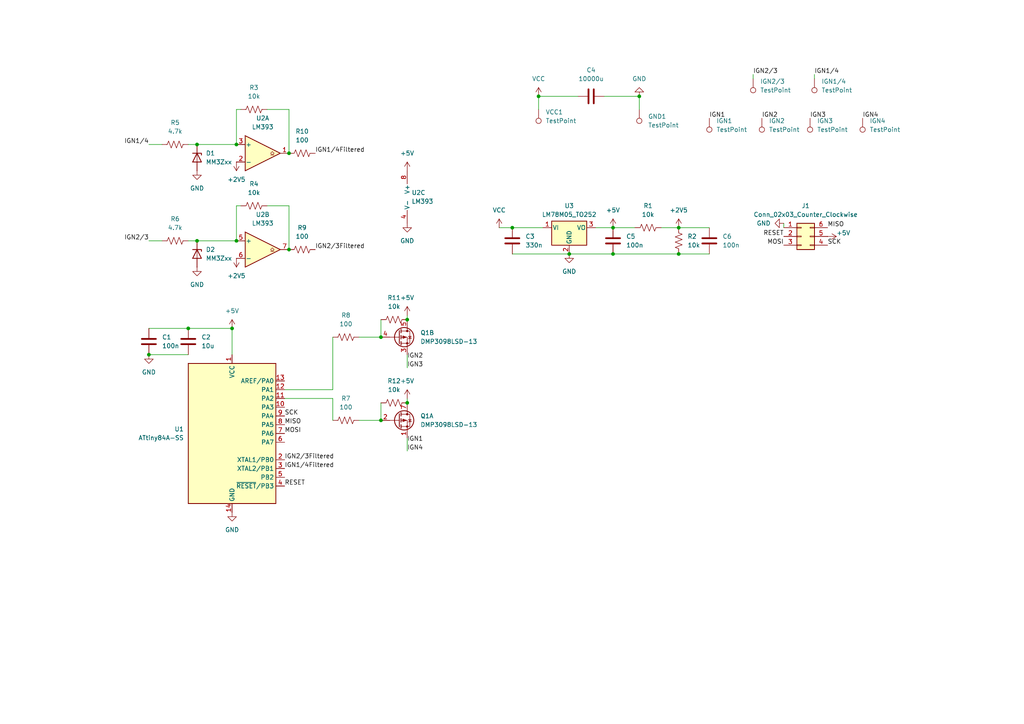
<source format=kicad_sch>
(kicad_sch
	(version 20250114)
	(generator "eeschema")
	(generator_version "9.0")
	(uuid "726ce0f7-60ce-4b01-bd07-dbcd478a7c25")
	(paper "A4")
	(lib_symbols
		(symbol "Comparator:LM393"
			(pin_names
				(offset 0.127)
			)
			(exclude_from_sim no)
			(in_bom yes)
			(on_board yes)
			(property "Reference" "U"
				(at 3.81 3.81 0)
				(effects
					(font
						(size 1.27 1.27)
					)
				)
			)
			(property "Value" "LM393"
				(at 6.35 -3.81 0)
				(effects
					(font
						(size 1.27 1.27)
					)
				)
			)
			(property "Footprint" ""
				(at 0 0 0)
				(effects
					(font
						(size 1.27 1.27)
					)
					(hide yes)
				)
			)
			(property "Datasheet" "http://www.ti.com/lit/ds/symlink/lm393.pdf"
				(at 0 0 0)
				(effects
					(font
						(size 1.27 1.27)
					)
					(hide yes)
				)
			)
			(property "Description" "Low-Power, Low-Offset Voltage, Dual Comparators, DIP-8/SOIC-8/TO-99-8"
				(at 0 0 0)
				(effects
					(font
						(size 1.27 1.27)
					)
					(hide yes)
				)
			)
			(property "ki_locked" ""
				(at 0 0 0)
				(effects
					(font
						(size 1.27 1.27)
					)
				)
			)
			(property "ki_keywords" "cmp open collector"
				(at 0 0 0)
				(effects
					(font
						(size 1.27 1.27)
					)
					(hide yes)
				)
			)
			(property "ki_fp_filters" "SOIC*3.9x4.9mm*P1.27mm* DIP*W7.62mm* SOP*5.28x5.23mm*P1.27mm* VSSOP*3x3mm*P0.65mm* TSSOP*4.4x3mm*P0.65mm*"
				(at 0 0 0)
				(effects
					(font
						(size 1.27 1.27)
					)
					(hide yes)
				)
			)
			(symbol "LM393_1_1"
				(polyline
					(pts
						(xy -5.08 5.08) (xy 5.08 0) (xy -5.08 -5.08) (xy -5.08 5.08)
					)
					(stroke
						(width 0.254)
						(type default)
					)
					(fill
						(type background)
					)
				)
				(polyline
					(pts
						(xy 3.302 -0.508) (xy 2.794 -0.508) (xy 3.302 0) (xy 2.794 0.508) (xy 2.286 0) (xy 2.794 -0.508)
						(xy 2.286 -0.508)
					)
					(stroke
						(width 0.127)
						(type default)
					)
					(fill
						(type none)
					)
				)
				(pin input line
					(at -7.62 2.54 0)
					(length 2.54)
					(name "+"
						(effects
							(font
								(size 1.27 1.27)
							)
						)
					)
					(number "3"
						(effects
							(font
								(size 1.27 1.27)
							)
						)
					)
				)
				(pin input line
					(at -7.62 -2.54 0)
					(length 2.54)
					(name "-"
						(effects
							(font
								(size 1.27 1.27)
							)
						)
					)
					(number "2"
						(effects
							(font
								(size 1.27 1.27)
							)
						)
					)
				)
				(pin open_collector line
					(at 7.62 0 180)
					(length 2.54)
					(name "~"
						(effects
							(font
								(size 1.27 1.27)
							)
						)
					)
					(number "1"
						(effects
							(font
								(size 1.27 1.27)
							)
						)
					)
				)
			)
			(symbol "LM393_2_1"
				(polyline
					(pts
						(xy -5.08 5.08) (xy 5.08 0) (xy -5.08 -5.08) (xy -5.08 5.08)
					)
					(stroke
						(width 0.254)
						(type default)
					)
					(fill
						(type background)
					)
				)
				(polyline
					(pts
						(xy 3.302 -0.508) (xy 2.794 -0.508) (xy 3.302 0) (xy 2.794 0.508) (xy 2.286 0) (xy 2.794 -0.508)
						(xy 2.286 -0.508)
					)
					(stroke
						(width 0.127)
						(type default)
					)
					(fill
						(type none)
					)
				)
				(pin input line
					(at -7.62 2.54 0)
					(length 2.54)
					(name "+"
						(effects
							(font
								(size 1.27 1.27)
							)
						)
					)
					(number "5"
						(effects
							(font
								(size 1.27 1.27)
							)
						)
					)
				)
				(pin input line
					(at -7.62 -2.54 0)
					(length 2.54)
					(name "-"
						(effects
							(font
								(size 1.27 1.27)
							)
						)
					)
					(number "6"
						(effects
							(font
								(size 1.27 1.27)
							)
						)
					)
				)
				(pin open_collector line
					(at 7.62 0 180)
					(length 2.54)
					(name "~"
						(effects
							(font
								(size 1.27 1.27)
							)
						)
					)
					(number "7"
						(effects
							(font
								(size 1.27 1.27)
							)
						)
					)
				)
			)
			(symbol "LM393_3_1"
				(pin power_in line
					(at -2.54 7.62 270)
					(length 3.81)
					(name "V+"
						(effects
							(font
								(size 1.27 1.27)
							)
						)
					)
					(number "8"
						(effects
							(font
								(size 1.27 1.27)
							)
						)
					)
				)
				(pin power_in line
					(at -2.54 -7.62 90)
					(length 3.81)
					(name "V-"
						(effects
							(font
								(size 1.27 1.27)
							)
						)
					)
					(number "4"
						(effects
							(font
								(size 1.27 1.27)
							)
						)
					)
				)
			)
			(embedded_fonts no)
		)
		(symbol "Connector:TestPoint"
			(pin_numbers
				(hide yes)
			)
			(pin_names
				(offset 0.762)
				(hide yes)
			)
			(exclude_from_sim no)
			(in_bom yes)
			(on_board yes)
			(property "Reference" "TP"
				(at 0 6.858 0)
				(effects
					(font
						(size 1.27 1.27)
					)
				)
			)
			(property "Value" "TestPoint"
				(at 0 5.08 0)
				(effects
					(font
						(size 1.27 1.27)
					)
				)
			)
			(property "Footprint" ""
				(at 5.08 0 0)
				(effects
					(font
						(size 1.27 1.27)
					)
					(hide yes)
				)
			)
			(property "Datasheet" "~"
				(at 5.08 0 0)
				(effects
					(font
						(size 1.27 1.27)
					)
					(hide yes)
				)
			)
			(property "Description" "test point"
				(at 0 0 0)
				(effects
					(font
						(size 1.27 1.27)
					)
					(hide yes)
				)
			)
			(property "ki_keywords" "test point tp"
				(at 0 0 0)
				(effects
					(font
						(size 1.27 1.27)
					)
					(hide yes)
				)
			)
			(property "ki_fp_filters" "Pin* Test*"
				(at 0 0 0)
				(effects
					(font
						(size 1.27 1.27)
					)
					(hide yes)
				)
			)
			(symbol "TestPoint_0_1"
				(circle
					(center 0 3.302)
					(radius 0.762)
					(stroke
						(width 0)
						(type default)
					)
					(fill
						(type none)
					)
				)
			)
			(symbol "TestPoint_1_1"
				(pin passive line
					(at 0 0 90)
					(length 2.54)
					(name "1"
						(effects
							(font
								(size 1.27 1.27)
							)
						)
					)
					(number "1"
						(effects
							(font
								(size 1.27 1.27)
							)
						)
					)
				)
			)
			(embedded_fonts no)
		)
		(symbol "Connector_Generic:Conn_02x03_Counter_Clockwise"
			(pin_names
				(offset 1.016)
				(hide yes)
			)
			(exclude_from_sim no)
			(in_bom yes)
			(on_board yes)
			(property "Reference" "J"
				(at 1.27 5.08 0)
				(effects
					(font
						(size 1.27 1.27)
					)
				)
			)
			(property "Value" "Conn_02x03_Counter_Clockwise"
				(at 1.27 -5.08 0)
				(effects
					(font
						(size 1.27 1.27)
					)
				)
			)
			(property "Footprint" ""
				(at 0 0 0)
				(effects
					(font
						(size 1.27 1.27)
					)
					(hide yes)
				)
			)
			(property "Datasheet" "~"
				(at 0 0 0)
				(effects
					(font
						(size 1.27 1.27)
					)
					(hide yes)
				)
			)
			(property "Description" "Generic connector, double row, 02x03, counter clockwise pin numbering scheme (similar to DIP package numbering), script generated (kicad-library-utils/schlib/autogen/connector/)"
				(at 0 0 0)
				(effects
					(font
						(size 1.27 1.27)
					)
					(hide yes)
				)
			)
			(property "ki_keywords" "connector"
				(at 0 0 0)
				(effects
					(font
						(size 1.27 1.27)
					)
					(hide yes)
				)
			)
			(property "ki_fp_filters" "Connector*:*_2x??_*"
				(at 0 0 0)
				(effects
					(font
						(size 1.27 1.27)
					)
					(hide yes)
				)
			)
			(symbol "Conn_02x03_Counter_Clockwise_1_1"
				(rectangle
					(start -1.27 3.81)
					(end 3.81 -3.81)
					(stroke
						(width 0.254)
						(type default)
					)
					(fill
						(type background)
					)
				)
				(rectangle
					(start -1.27 2.667)
					(end 0 2.413)
					(stroke
						(width 0.1524)
						(type default)
					)
					(fill
						(type none)
					)
				)
				(rectangle
					(start -1.27 0.127)
					(end 0 -0.127)
					(stroke
						(width 0.1524)
						(type default)
					)
					(fill
						(type none)
					)
				)
				(rectangle
					(start -1.27 -2.413)
					(end 0 -2.667)
					(stroke
						(width 0.1524)
						(type default)
					)
					(fill
						(type none)
					)
				)
				(rectangle
					(start 3.81 2.667)
					(end 2.54 2.413)
					(stroke
						(width 0.1524)
						(type default)
					)
					(fill
						(type none)
					)
				)
				(rectangle
					(start 3.81 0.127)
					(end 2.54 -0.127)
					(stroke
						(width 0.1524)
						(type default)
					)
					(fill
						(type none)
					)
				)
				(rectangle
					(start 3.81 -2.413)
					(end 2.54 -2.667)
					(stroke
						(width 0.1524)
						(type default)
					)
					(fill
						(type none)
					)
				)
				(pin passive line
					(at -5.08 2.54 0)
					(length 3.81)
					(name "Pin_1"
						(effects
							(font
								(size 1.27 1.27)
							)
						)
					)
					(number "1"
						(effects
							(font
								(size 1.27 1.27)
							)
						)
					)
				)
				(pin passive line
					(at -5.08 0 0)
					(length 3.81)
					(name "Pin_2"
						(effects
							(font
								(size 1.27 1.27)
							)
						)
					)
					(number "2"
						(effects
							(font
								(size 1.27 1.27)
							)
						)
					)
				)
				(pin passive line
					(at -5.08 -2.54 0)
					(length 3.81)
					(name "Pin_3"
						(effects
							(font
								(size 1.27 1.27)
							)
						)
					)
					(number "3"
						(effects
							(font
								(size 1.27 1.27)
							)
						)
					)
				)
				(pin passive line
					(at 7.62 2.54 180)
					(length 3.81)
					(name "Pin_6"
						(effects
							(font
								(size 1.27 1.27)
							)
						)
					)
					(number "6"
						(effects
							(font
								(size 1.27 1.27)
							)
						)
					)
				)
				(pin passive line
					(at 7.62 0 180)
					(length 3.81)
					(name "Pin_5"
						(effects
							(font
								(size 1.27 1.27)
							)
						)
					)
					(number "5"
						(effects
							(font
								(size 1.27 1.27)
							)
						)
					)
				)
				(pin passive line
					(at 7.62 -2.54 180)
					(length 3.81)
					(name "Pin_4"
						(effects
							(font
								(size 1.27 1.27)
							)
						)
					)
					(number "4"
						(effects
							(font
								(size 1.27 1.27)
							)
						)
					)
				)
			)
			(embedded_fonts no)
		)
		(symbol "Device:C"
			(pin_numbers
				(hide yes)
			)
			(pin_names
				(offset 0.254)
			)
			(exclude_from_sim no)
			(in_bom yes)
			(on_board yes)
			(property "Reference" "C"
				(at 0.635 2.54 0)
				(effects
					(font
						(size 1.27 1.27)
					)
					(justify left)
				)
			)
			(property "Value" "C"
				(at 0.635 -2.54 0)
				(effects
					(font
						(size 1.27 1.27)
					)
					(justify left)
				)
			)
			(property "Footprint" ""
				(at 0.9652 -3.81 0)
				(effects
					(font
						(size 1.27 1.27)
					)
					(hide yes)
				)
			)
			(property "Datasheet" "~"
				(at 0 0 0)
				(effects
					(font
						(size 1.27 1.27)
					)
					(hide yes)
				)
			)
			(property "Description" "Unpolarized capacitor"
				(at 0 0 0)
				(effects
					(font
						(size 1.27 1.27)
					)
					(hide yes)
				)
			)
			(property "ki_keywords" "cap capacitor"
				(at 0 0 0)
				(effects
					(font
						(size 1.27 1.27)
					)
					(hide yes)
				)
			)
			(property "ki_fp_filters" "C_*"
				(at 0 0 0)
				(effects
					(font
						(size 1.27 1.27)
					)
					(hide yes)
				)
			)
			(symbol "C_0_1"
				(polyline
					(pts
						(xy -2.032 0.762) (xy 2.032 0.762)
					)
					(stroke
						(width 0.508)
						(type default)
					)
					(fill
						(type none)
					)
				)
				(polyline
					(pts
						(xy -2.032 -0.762) (xy 2.032 -0.762)
					)
					(stroke
						(width 0.508)
						(type default)
					)
					(fill
						(type none)
					)
				)
			)
			(symbol "C_1_1"
				(pin passive line
					(at 0 3.81 270)
					(length 2.794)
					(name "~"
						(effects
							(font
								(size 1.27 1.27)
							)
						)
					)
					(number "1"
						(effects
							(font
								(size 1.27 1.27)
							)
						)
					)
				)
				(pin passive line
					(at 0 -3.81 90)
					(length 2.794)
					(name "~"
						(effects
							(font
								(size 1.27 1.27)
							)
						)
					)
					(number "2"
						(effects
							(font
								(size 1.27 1.27)
							)
						)
					)
				)
			)
			(embedded_fonts no)
		)
		(symbol "Device:R_US"
			(pin_numbers
				(hide yes)
			)
			(pin_names
				(offset 0)
			)
			(exclude_from_sim no)
			(in_bom yes)
			(on_board yes)
			(property "Reference" "R"
				(at 2.54 0 90)
				(effects
					(font
						(size 1.27 1.27)
					)
				)
			)
			(property "Value" "R_US"
				(at -2.54 0 90)
				(effects
					(font
						(size 1.27 1.27)
					)
				)
			)
			(property "Footprint" ""
				(at 1.016 -0.254 90)
				(effects
					(font
						(size 1.27 1.27)
					)
					(hide yes)
				)
			)
			(property "Datasheet" "~"
				(at 0 0 0)
				(effects
					(font
						(size 1.27 1.27)
					)
					(hide yes)
				)
			)
			(property "Description" "Resistor, US symbol"
				(at 0 0 0)
				(effects
					(font
						(size 1.27 1.27)
					)
					(hide yes)
				)
			)
			(property "ki_keywords" "R res resistor"
				(at 0 0 0)
				(effects
					(font
						(size 1.27 1.27)
					)
					(hide yes)
				)
			)
			(property "ki_fp_filters" "R_*"
				(at 0 0 0)
				(effects
					(font
						(size 1.27 1.27)
					)
					(hide yes)
				)
			)
			(symbol "R_US_0_1"
				(polyline
					(pts
						(xy 0 2.286) (xy 0 2.54)
					)
					(stroke
						(width 0)
						(type default)
					)
					(fill
						(type none)
					)
				)
				(polyline
					(pts
						(xy 0 2.286) (xy 1.016 1.905) (xy 0 1.524) (xy -1.016 1.143) (xy 0 0.762)
					)
					(stroke
						(width 0)
						(type default)
					)
					(fill
						(type none)
					)
				)
				(polyline
					(pts
						(xy 0 0.762) (xy 1.016 0.381) (xy 0 0) (xy -1.016 -0.381) (xy 0 -0.762)
					)
					(stroke
						(width 0)
						(type default)
					)
					(fill
						(type none)
					)
				)
				(polyline
					(pts
						(xy 0 -0.762) (xy 1.016 -1.143) (xy 0 -1.524) (xy -1.016 -1.905) (xy 0 -2.286)
					)
					(stroke
						(width 0)
						(type default)
					)
					(fill
						(type none)
					)
				)
				(polyline
					(pts
						(xy 0 -2.286) (xy 0 -2.54)
					)
					(stroke
						(width 0)
						(type default)
					)
					(fill
						(type none)
					)
				)
			)
			(symbol "R_US_1_1"
				(pin passive line
					(at 0 3.81 270)
					(length 1.27)
					(name "~"
						(effects
							(font
								(size 1.27 1.27)
							)
						)
					)
					(number "1"
						(effects
							(font
								(size 1.27 1.27)
							)
						)
					)
				)
				(pin passive line
					(at 0 -3.81 90)
					(length 1.27)
					(name "~"
						(effects
							(font
								(size 1.27 1.27)
							)
						)
					)
					(number "2"
						(effects
							(font
								(size 1.27 1.27)
							)
						)
					)
				)
			)
			(embedded_fonts no)
		)
		(symbol "Diode:MM3Zxx"
			(pin_numbers
				(hide yes)
			)
			(pin_names
				(hide yes)
			)
			(exclude_from_sim no)
			(in_bom yes)
			(on_board yes)
			(property "Reference" "D"
				(at 0 2.54 0)
				(effects
					(font
						(size 1.27 1.27)
					)
				)
			)
			(property "Value" "MM3Zxx"
				(at 0 -2.54 0)
				(effects
					(font
						(size 1.27 1.27)
					)
				)
			)
			(property "Footprint" "Diode_SMD:D_SOD-323F"
				(at 0 -4.445 0)
				(effects
					(font
						(size 1.27 1.27)
					)
					(hide yes)
				)
			)
			(property "Datasheet" "https://diotec.com/tl_files/diotec/files/pdf/datasheets/mm3z2v4.pdf"
				(at 0 0 0)
				(effects
					(font
						(size 1.27 1.27)
					)
					(hide yes)
				)
			)
			(property "Description" "300mW Zener Diode, SOD-323F"
				(at 0 0 0)
				(effects
					(font
						(size 1.27 1.27)
					)
					(hide yes)
				)
			)
			(property "ki_keywords" "zener diode"
				(at 0 0 0)
				(effects
					(font
						(size 1.27 1.27)
					)
					(hide yes)
				)
			)
			(property "ki_fp_filters" "D?SOD?323F*"
				(at 0 0 0)
				(effects
					(font
						(size 1.27 1.27)
					)
					(hide yes)
				)
			)
			(symbol "MM3Zxx_0_1"
				(polyline
					(pts
						(xy -1.27 -1.27) (xy -1.27 1.27) (xy -0.762 1.27)
					)
					(stroke
						(width 0.254)
						(type default)
					)
					(fill
						(type none)
					)
				)
				(polyline
					(pts
						(xy 1.27 0) (xy -1.27 0)
					)
					(stroke
						(width 0)
						(type default)
					)
					(fill
						(type none)
					)
				)
				(polyline
					(pts
						(xy 1.27 -1.27) (xy 1.27 1.27) (xy -1.27 0) (xy 1.27 -1.27)
					)
					(stroke
						(width 0.254)
						(type default)
					)
					(fill
						(type none)
					)
				)
			)
			(symbol "MM3Zxx_1_1"
				(pin passive line
					(at -3.81 0 0)
					(length 2.54)
					(name "K"
						(effects
							(font
								(size 1.27 1.27)
							)
						)
					)
					(number "1"
						(effects
							(font
								(size 1.27 1.27)
							)
						)
					)
				)
				(pin passive line
					(at 3.81 0 180)
					(length 2.54)
					(name "A"
						(effects
							(font
								(size 1.27 1.27)
							)
						)
					)
					(number "2"
						(effects
							(font
								(size 1.27 1.27)
							)
						)
					)
				)
			)
			(embedded_fonts no)
		)
		(symbol "MCU_Microchip_ATtiny:ATtiny84A-SS"
			(exclude_from_sim no)
			(in_bom yes)
			(on_board yes)
			(property "Reference" "U"
				(at -12.7 21.59 0)
				(effects
					(font
						(size 1.27 1.27)
					)
					(justify left bottom)
				)
			)
			(property "Value" "ATtiny84A-SS"
				(at 2.54 -21.59 0)
				(effects
					(font
						(size 1.27 1.27)
					)
					(justify left top)
				)
			)
			(property "Footprint" "Package_SO:SOIC-14_3.9x8.7mm_P1.27mm"
				(at 0 0 0)
				(effects
					(font
						(size 1.27 1.27)
						(italic yes)
					)
					(hide yes)
				)
			)
			(property "Datasheet" "http://ww1.microchip.com/downloads/en/DeviceDoc/doc8183.pdf"
				(at 0 0 0)
				(effects
					(font
						(size 1.27 1.27)
					)
					(hide yes)
				)
			)
			(property "Description" "20MHz, 8kB Flash, 512B SRAM, 512B EEPROM, debugWIRE, SOIC-14"
				(at 0 0 0)
				(effects
					(font
						(size 1.27 1.27)
					)
					(hide yes)
				)
			)
			(property "ki_keywords" "AVR 8bit Microcontroller tinyAVR"
				(at 0 0 0)
				(effects
					(font
						(size 1.27 1.27)
					)
					(hide yes)
				)
			)
			(property "ki_fp_filters" "SOIC*3.9x8.7mm*P1.27mm*"
				(at 0 0 0)
				(effects
					(font
						(size 1.27 1.27)
					)
					(hide yes)
				)
			)
			(symbol "ATtiny84A-SS_0_1"
				(rectangle
					(start -12.7 -20.32)
					(end 12.7 20.32)
					(stroke
						(width 0.254)
						(type default)
					)
					(fill
						(type background)
					)
				)
			)
			(symbol "ATtiny84A-SS_1_1"
				(pin power_in line
					(at 0 22.86 270)
					(length 2.54)
					(name "VCC"
						(effects
							(font
								(size 1.27 1.27)
							)
						)
					)
					(number "1"
						(effects
							(font
								(size 1.27 1.27)
							)
						)
					)
				)
				(pin power_in line
					(at 0 -22.86 90)
					(length 2.54)
					(name "GND"
						(effects
							(font
								(size 1.27 1.27)
							)
						)
					)
					(number "14"
						(effects
							(font
								(size 1.27 1.27)
							)
						)
					)
				)
				(pin bidirectional line
					(at 15.24 15.24 180)
					(length 2.54)
					(name "AREF/PA0"
						(effects
							(font
								(size 1.27 1.27)
							)
						)
					)
					(number "13"
						(effects
							(font
								(size 1.27 1.27)
							)
						)
					)
				)
				(pin bidirectional line
					(at 15.24 12.7 180)
					(length 2.54)
					(name "PA1"
						(effects
							(font
								(size 1.27 1.27)
							)
						)
					)
					(number "12"
						(effects
							(font
								(size 1.27 1.27)
							)
						)
					)
				)
				(pin bidirectional line
					(at 15.24 10.16 180)
					(length 2.54)
					(name "PA2"
						(effects
							(font
								(size 1.27 1.27)
							)
						)
					)
					(number "11"
						(effects
							(font
								(size 1.27 1.27)
							)
						)
					)
				)
				(pin bidirectional line
					(at 15.24 7.62 180)
					(length 2.54)
					(name "PA3"
						(effects
							(font
								(size 1.27 1.27)
							)
						)
					)
					(number "10"
						(effects
							(font
								(size 1.27 1.27)
							)
						)
					)
				)
				(pin bidirectional line
					(at 15.24 5.08 180)
					(length 2.54)
					(name "PA4"
						(effects
							(font
								(size 1.27 1.27)
							)
						)
					)
					(number "9"
						(effects
							(font
								(size 1.27 1.27)
							)
						)
					)
				)
				(pin bidirectional line
					(at 15.24 2.54 180)
					(length 2.54)
					(name "PA5"
						(effects
							(font
								(size 1.27 1.27)
							)
						)
					)
					(number "8"
						(effects
							(font
								(size 1.27 1.27)
							)
						)
					)
				)
				(pin bidirectional line
					(at 15.24 0 180)
					(length 2.54)
					(name "PA6"
						(effects
							(font
								(size 1.27 1.27)
							)
						)
					)
					(number "7"
						(effects
							(font
								(size 1.27 1.27)
							)
						)
					)
				)
				(pin bidirectional line
					(at 15.24 -2.54 180)
					(length 2.54)
					(name "PA7"
						(effects
							(font
								(size 1.27 1.27)
							)
						)
					)
					(number "6"
						(effects
							(font
								(size 1.27 1.27)
							)
						)
					)
				)
				(pin bidirectional line
					(at 15.24 -7.62 180)
					(length 2.54)
					(name "XTAL1/PB0"
						(effects
							(font
								(size 1.27 1.27)
							)
						)
					)
					(number "2"
						(effects
							(font
								(size 1.27 1.27)
							)
						)
					)
				)
				(pin bidirectional line
					(at 15.24 -10.16 180)
					(length 2.54)
					(name "XTAL2/PB1"
						(effects
							(font
								(size 1.27 1.27)
							)
						)
					)
					(number "3"
						(effects
							(font
								(size 1.27 1.27)
							)
						)
					)
				)
				(pin bidirectional line
					(at 15.24 -12.7 180)
					(length 2.54)
					(name "PB2"
						(effects
							(font
								(size 1.27 1.27)
							)
						)
					)
					(number "5"
						(effects
							(font
								(size 1.27 1.27)
							)
						)
					)
				)
				(pin bidirectional line
					(at 15.24 -15.24 180)
					(length 2.54)
					(name "~{RESET}/PB3"
						(effects
							(font
								(size 1.27 1.27)
							)
						)
					)
					(number "4"
						(effects
							(font
								(size 1.27 1.27)
							)
						)
					)
				)
			)
			(embedded_fonts no)
		)
		(symbol "Regulator_Linear:LM78M05_TO252"
			(pin_names
				(offset 0.254)
			)
			(exclude_from_sim no)
			(in_bom yes)
			(on_board yes)
			(property "Reference" "U"
				(at -3.81 3.175 0)
				(effects
					(font
						(size 1.27 1.27)
					)
				)
			)
			(property "Value" "LM78M05_TO252"
				(at 0 3.175 0)
				(effects
					(font
						(size 1.27 1.27)
					)
					(justify left)
				)
			)
			(property "Footprint" "Package_TO_SOT_SMD:TO-252-2"
				(at 0 5.715 0)
				(effects
					(font
						(size 1.27 1.27)
						(italic yes)
					)
					(hide yes)
				)
			)
			(property "Datasheet" "https://www.onsemi.com/pub/Collateral/MC78M00-D.PDF"
				(at 0 -1.27 0)
				(effects
					(font
						(size 1.27 1.27)
					)
					(hide yes)
				)
			)
			(property "Description" "Positive 500mA 35V Linear Regulator, Fixed Output 5V, TO-252 (D-PAK)"
				(at 0 0 0)
				(effects
					(font
						(size 1.27 1.27)
					)
					(hide yes)
				)
			)
			(property "ki_keywords" "Voltage Regulator 500mA Positive"
				(at 0 0 0)
				(effects
					(font
						(size 1.27 1.27)
					)
					(hide yes)
				)
			)
			(property "ki_fp_filters" "TO?252*"
				(at 0 0 0)
				(effects
					(font
						(size 1.27 1.27)
					)
					(hide yes)
				)
			)
			(symbol "LM78M05_TO252_0_1"
				(rectangle
					(start -5.08 1.905)
					(end 5.08 -5.08)
					(stroke
						(width 0.254)
						(type default)
					)
					(fill
						(type background)
					)
				)
			)
			(symbol "LM78M05_TO252_1_1"
				(pin power_in line
					(at -7.62 0 0)
					(length 2.54)
					(name "VI"
						(effects
							(font
								(size 1.27 1.27)
							)
						)
					)
					(number "1"
						(effects
							(font
								(size 1.27 1.27)
							)
						)
					)
				)
				(pin power_in line
					(at 0 -7.62 90)
					(length 2.54)
					(name "GND"
						(effects
							(font
								(size 1.27 1.27)
							)
						)
					)
					(number "2"
						(effects
							(font
								(size 1.27 1.27)
							)
						)
					)
				)
				(pin power_out line
					(at 7.62 0 180)
					(length 2.54)
					(name "VO"
						(effects
							(font
								(size 1.27 1.27)
							)
						)
					)
					(number "3"
						(effects
							(font
								(size 1.27 1.27)
							)
						)
					)
				)
			)
			(embedded_fonts no)
		)
		(symbol "Transistor_FET:DMP6050SSD"
			(pin_names
				(hide yes)
			)
			(exclude_from_sim no)
			(in_bom yes)
			(on_board yes)
			(property "Reference" "Q"
				(at 5.08 1.905 0)
				(effects
					(font
						(size 1.27 1.27)
					)
					(justify left)
				)
			)
			(property "Value" "DMP6050SSD"
				(at 5.08 0 0)
				(effects
					(font
						(size 1.27 1.27)
					)
					(justify left)
				)
			)
			(property "Footprint" "Package_SO:SOIC-8_3.9x4.9mm_P1.27mm"
				(at 5.08 -1.905 0)
				(effects
					(font
						(size 1.27 1.27)
						(italic yes)
					)
					(justify left)
					(hide yes)
				)
			)
			(property "Datasheet" "https://www.diodes.com/assets/Datasheets/DMP6050SSD.pdf"
				(at 5.08 -3.81 0)
				(effects
					(font
						(size 1.27 1.27)
					)
					(justify left)
					(hide yes)
				)
			)
			(property "Description" "-11.3A Id, -60V Vds, P-Channel Power MOSFET, 55mOhm Ron, 11.9nC Qg (typ), SO-8"
				(at 0 0 0)
				(effects
					(font
						(size 1.27 1.27)
					)
					(hide yes)
				)
			)
			(property "ki_keywords" "Dual PMOS P-MOS"
				(at 0 0 0)
				(effects
					(font
						(size 1.27 1.27)
					)
					(hide yes)
				)
			)
			(property "ki_fp_filters" "SOIC*3.9x4.9mm*P1.27mm*"
				(at 0 0 0)
				(effects
					(font
						(size 1.27 1.27)
					)
					(hide yes)
				)
			)
			(symbol "DMP6050SSD_0_1"
				(polyline
					(pts
						(xy 0.254 1.905) (xy 0.254 -1.905)
					)
					(stroke
						(width 0.254)
						(type default)
					)
					(fill
						(type none)
					)
				)
				(polyline
					(pts
						(xy 0.254 0) (xy -2.54 0)
					)
					(stroke
						(width 0)
						(type default)
					)
					(fill
						(type none)
					)
				)
				(polyline
					(pts
						(xy 0.762 2.286) (xy 0.762 1.27)
					)
					(stroke
						(width 0.254)
						(type default)
					)
					(fill
						(type none)
					)
				)
				(polyline
					(pts
						(xy 0.762 1.778) (xy 3.302 1.778) (xy 3.302 -1.778) (xy 0.762 -1.778)
					)
					(stroke
						(width 0)
						(type default)
					)
					(fill
						(type none)
					)
				)
				(polyline
					(pts
						(xy 0.762 0.508) (xy 0.762 -0.508)
					)
					(stroke
						(width 0.254)
						(type default)
					)
					(fill
						(type none)
					)
				)
				(polyline
					(pts
						(xy 0.762 -1.27) (xy 0.762 -2.286)
					)
					(stroke
						(width 0.254)
						(type default)
					)
					(fill
						(type none)
					)
				)
				(circle
					(center 1.651 0)
					(radius 2.794)
					(stroke
						(width 0.254)
						(type default)
					)
					(fill
						(type none)
					)
				)
				(polyline
					(pts
						(xy 2.286 0) (xy 1.27 0.381) (xy 1.27 -0.381) (xy 2.286 0)
					)
					(stroke
						(width 0)
						(type default)
					)
					(fill
						(type outline)
					)
				)
				(polyline
					(pts
						(xy 2.54 2.54) (xy 2.54 1.778)
					)
					(stroke
						(width 0)
						(type default)
					)
					(fill
						(type none)
					)
				)
				(circle
					(center 2.54 1.778)
					(radius 0.254)
					(stroke
						(width 0)
						(type default)
					)
					(fill
						(type outline)
					)
				)
				(circle
					(center 2.54 -1.778)
					(radius 0.254)
					(stroke
						(width 0)
						(type default)
					)
					(fill
						(type outline)
					)
				)
				(polyline
					(pts
						(xy 2.54 -2.54) (xy 2.54 0) (xy 0.762 0)
					)
					(stroke
						(width 0)
						(type default)
					)
					(fill
						(type none)
					)
				)
				(polyline
					(pts
						(xy 2.794 -0.508) (xy 2.921 -0.381) (xy 3.683 -0.381) (xy 3.81 -0.254)
					)
					(stroke
						(width 0)
						(type default)
					)
					(fill
						(type none)
					)
				)
				(polyline
					(pts
						(xy 3.302 -0.381) (xy 2.921 0.254) (xy 3.683 0.254) (xy 3.302 -0.381)
					)
					(stroke
						(width 0)
						(type default)
					)
					(fill
						(type none)
					)
				)
			)
			(symbol "DMP6050SSD_1_1"
				(pin input line
					(at -5.08 0 0)
					(length 2.54)
					(name "G1"
						(effects
							(font
								(size 1.27 1.27)
							)
						)
					)
					(number "2"
						(effects
							(font
								(size 1.27 1.27)
							)
						)
					)
				)
				(pin passive line
					(at 2.54 5.08 270)
					(length 2.54)
					(name "D1"
						(effects
							(font
								(size 1.27 1.27)
							)
						)
					)
					(number "7"
						(effects
							(font
								(size 1.27 1.27)
							)
						)
					)
				)
				(pin passive line
					(at 2.54 5.08 270)
					(length 2.54)
					(hide yes)
					(name "D1"
						(effects
							(font
								(size 1.27 1.27)
							)
						)
					)
					(number "8"
						(effects
							(font
								(size 1.27 1.27)
							)
						)
					)
				)
				(pin passive line
					(at 2.54 -5.08 90)
					(length 2.54)
					(name "S1"
						(effects
							(font
								(size 1.27 1.27)
							)
						)
					)
					(number "1"
						(effects
							(font
								(size 1.27 1.27)
							)
						)
					)
				)
			)
			(symbol "DMP6050SSD_2_1"
				(pin input line
					(at -5.08 0 0)
					(length 2.54)
					(name "G2"
						(effects
							(font
								(size 1.27 1.27)
							)
						)
					)
					(number "4"
						(effects
							(font
								(size 1.27 1.27)
							)
						)
					)
				)
				(pin passive line
					(at 2.54 5.08 270)
					(length 2.54)
					(name "D2"
						(effects
							(font
								(size 1.27 1.27)
							)
						)
					)
					(number "5"
						(effects
							(font
								(size 1.27 1.27)
							)
						)
					)
				)
				(pin passive line
					(at 2.54 5.08 270)
					(length 2.54)
					(hide yes)
					(name "D2"
						(effects
							(font
								(size 1.27 1.27)
							)
						)
					)
					(number "6"
						(effects
							(font
								(size 1.27 1.27)
							)
						)
					)
				)
				(pin passive line
					(at 2.54 -5.08 90)
					(length 2.54)
					(name "S2"
						(effects
							(font
								(size 1.27 1.27)
							)
						)
					)
					(number "3"
						(effects
							(font
								(size 1.27 1.27)
							)
						)
					)
				)
			)
			(embedded_fonts no)
		)
		(symbol "power:+2V5"
			(power)
			(pin_numbers
				(hide yes)
			)
			(pin_names
				(offset 0)
				(hide yes)
			)
			(exclude_from_sim no)
			(in_bom yes)
			(on_board yes)
			(property "Reference" "#PWR"
				(at 0 -3.81 0)
				(effects
					(font
						(size 1.27 1.27)
					)
					(hide yes)
				)
			)
			(property "Value" "+2V5"
				(at 0 3.556 0)
				(effects
					(font
						(size 1.27 1.27)
					)
				)
			)
			(property "Footprint" ""
				(at 0 0 0)
				(effects
					(font
						(size 1.27 1.27)
					)
					(hide yes)
				)
			)
			(property "Datasheet" ""
				(at 0 0 0)
				(effects
					(font
						(size 1.27 1.27)
					)
					(hide yes)
				)
			)
			(property "Description" "Power symbol creates a global label with name \"+2V5\""
				(at 0 0 0)
				(effects
					(font
						(size 1.27 1.27)
					)
					(hide yes)
				)
			)
			(property "ki_keywords" "global power"
				(at 0 0 0)
				(effects
					(font
						(size 1.27 1.27)
					)
					(hide yes)
				)
			)
			(symbol "+2V5_0_1"
				(polyline
					(pts
						(xy -0.762 1.27) (xy 0 2.54)
					)
					(stroke
						(width 0)
						(type default)
					)
					(fill
						(type none)
					)
				)
				(polyline
					(pts
						(xy 0 2.54) (xy 0.762 1.27)
					)
					(stroke
						(width 0)
						(type default)
					)
					(fill
						(type none)
					)
				)
				(polyline
					(pts
						(xy 0 0) (xy 0 2.54)
					)
					(stroke
						(width 0)
						(type default)
					)
					(fill
						(type none)
					)
				)
			)
			(symbol "+2V5_1_1"
				(pin power_in line
					(at 0 0 90)
					(length 0)
					(name "~"
						(effects
							(font
								(size 1.27 1.27)
							)
						)
					)
					(number "1"
						(effects
							(font
								(size 1.27 1.27)
							)
						)
					)
				)
			)
			(embedded_fonts no)
		)
		(symbol "power:+5V"
			(power)
			(pin_numbers
				(hide yes)
			)
			(pin_names
				(offset 0)
				(hide yes)
			)
			(exclude_from_sim no)
			(in_bom yes)
			(on_board yes)
			(property "Reference" "#PWR"
				(at 0 -3.81 0)
				(effects
					(font
						(size 1.27 1.27)
					)
					(hide yes)
				)
			)
			(property "Value" "+5V"
				(at 0 3.556 0)
				(effects
					(font
						(size 1.27 1.27)
					)
				)
			)
			(property "Footprint" ""
				(at 0 0 0)
				(effects
					(font
						(size 1.27 1.27)
					)
					(hide yes)
				)
			)
			(property "Datasheet" ""
				(at 0 0 0)
				(effects
					(font
						(size 1.27 1.27)
					)
					(hide yes)
				)
			)
			(property "Description" "Power symbol creates a global label with name \"+5V\""
				(at 0 0 0)
				(effects
					(font
						(size 1.27 1.27)
					)
					(hide yes)
				)
			)
			(property "ki_keywords" "global power"
				(at 0 0 0)
				(effects
					(font
						(size 1.27 1.27)
					)
					(hide yes)
				)
			)
			(symbol "+5V_0_1"
				(polyline
					(pts
						(xy -0.762 1.27) (xy 0 2.54)
					)
					(stroke
						(width 0)
						(type default)
					)
					(fill
						(type none)
					)
				)
				(polyline
					(pts
						(xy 0 2.54) (xy 0.762 1.27)
					)
					(stroke
						(width 0)
						(type default)
					)
					(fill
						(type none)
					)
				)
				(polyline
					(pts
						(xy 0 0) (xy 0 2.54)
					)
					(stroke
						(width 0)
						(type default)
					)
					(fill
						(type none)
					)
				)
			)
			(symbol "+5V_1_1"
				(pin power_in line
					(at 0 0 90)
					(length 0)
					(name "~"
						(effects
							(font
								(size 1.27 1.27)
							)
						)
					)
					(number "1"
						(effects
							(font
								(size 1.27 1.27)
							)
						)
					)
				)
			)
			(embedded_fonts no)
		)
		(symbol "power:GND"
			(power)
			(pin_numbers
				(hide yes)
			)
			(pin_names
				(offset 0)
				(hide yes)
			)
			(exclude_from_sim no)
			(in_bom yes)
			(on_board yes)
			(property "Reference" "#PWR"
				(at 0 -6.35 0)
				(effects
					(font
						(size 1.27 1.27)
					)
					(hide yes)
				)
			)
			(property "Value" "GND"
				(at 0 -3.81 0)
				(effects
					(font
						(size 1.27 1.27)
					)
				)
			)
			(property "Footprint" ""
				(at 0 0 0)
				(effects
					(font
						(size 1.27 1.27)
					)
					(hide yes)
				)
			)
			(property "Datasheet" ""
				(at 0 0 0)
				(effects
					(font
						(size 1.27 1.27)
					)
					(hide yes)
				)
			)
			(property "Description" "Power symbol creates a global label with name \"GND\" , ground"
				(at 0 0 0)
				(effects
					(font
						(size 1.27 1.27)
					)
					(hide yes)
				)
			)
			(property "ki_keywords" "global power"
				(at 0 0 0)
				(effects
					(font
						(size 1.27 1.27)
					)
					(hide yes)
				)
			)
			(symbol "GND_0_1"
				(polyline
					(pts
						(xy 0 0) (xy 0 -1.27) (xy 1.27 -1.27) (xy 0 -2.54) (xy -1.27 -1.27) (xy 0 -1.27)
					)
					(stroke
						(width 0)
						(type default)
					)
					(fill
						(type none)
					)
				)
			)
			(symbol "GND_1_1"
				(pin power_in line
					(at 0 0 270)
					(length 0)
					(name "~"
						(effects
							(font
								(size 1.27 1.27)
							)
						)
					)
					(number "1"
						(effects
							(font
								(size 1.27 1.27)
							)
						)
					)
				)
			)
			(embedded_fonts no)
		)
		(symbol "power:VCC"
			(power)
			(pin_numbers
				(hide yes)
			)
			(pin_names
				(offset 0)
				(hide yes)
			)
			(exclude_from_sim no)
			(in_bom yes)
			(on_board yes)
			(property "Reference" "#PWR"
				(at 0 -3.81 0)
				(effects
					(font
						(size 1.27 1.27)
					)
					(hide yes)
				)
			)
			(property "Value" "VCC"
				(at 0 3.556 0)
				(effects
					(font
						(size 1.27 1.27)
					)
				)
			)
			(property "Footprint" ""
				(at 0 0 0)
				(effects
					(font
						(size 1.27 1.27)
					)
					(hide yes)
				)
			)
			(property "Datasheet" ""
				(at 0 0 0)
				(effects
					(font
						(size 1.27 1.27)
					)
					(hide yes)
				)
			)
			(property "Description" "Power symbol creates a global label with name \"VCC\""
				(at 0 0 0)
				(effects
					(font
						(size 1.27 1.27)
					)
					(hide yes)
				)
			)
			(property "ki_keywords" "global power"
				(at 0 0 0)
				(effects
					(font
						(size 1.27 1.27)
					)
					(hide yes)
				)
			)
			(symbol "VCC_0_1"
				(polyline
					(pts
						(xy -0.762 1.27) (xy 0 2.54)
					)
					(stroke
						(width 0)
						(type default)
					)
					(fill
						(type none)
					)
				)
				(polyline
					(pts
						(xy 0 2.54) (xy 0.762 1.27)
					)
					(stroke
						(width 0)
						(type default)
					)
					(fill
						(type none)
					)
				)
				(polyline
					(pts
						(xy 0 0) (xy 0 2.54)
					)
					(stroke
						(width 0)
						(type default)
					)
					(fill
						(type none)
					)
				)
			)
			(symbol "VCC_1_1"
				(pin power_in line
					(at 0 0 90)
					(length 0)
					(name "~"
						(effects
							(font
								(size 1.27 1.27)
							)
						)
					)
					(number "1"
						(effects
							(font
								(size 1.27 1.27)
							)
						)
					)
				)
			)
			(embedded_fonts no)
		)
	)
	(junction
		(at 177.8 73.66)
		(diameter 0)
		(color 0 0 0 0)
		(uuid "1a00d190-b232-4442-bf08-4687c1f446da")
	)
	(junction
		(at 156.21 27.94)
		(diameter 0)
		(color 0 0 0 0)
		(uuid "281f81cf-8254-4b96-ae09-598a3a4b902b")
	)
	(junction
		(at 43.18 102.87)
		(diameter 0)
		(color 0 0 0 0)
		(uuid "2ad721e1-592a-45bc-8f36-77bce02a6e91")
	)
	(junction
		(at 54.61 95.25)
		(diameter 0)
		(color 0 0 0 0)
		(uuid "328bc51e-821c-4b21-bfed-bd264bf35bc9")
	)
	(junction
		(at 185.42 27.94)
		(diameter 0)
		(color 0 0 0 0)
		(uuid "40658757-cd54-4418-b1cf-9c852c7c07ad")
	)
	(junction
		(at 57.15 69.85)
		(diameter 0)
		(color 0 0 0 0)
		(uuid "42beacc4-506c-4ec2-a254-f4971afa5a6c")
	)
	(junction
		(at 165.1 73.66)
		(diameter 0)
		(color 0 0 0 0)
		(uuid "50cd4379-246e-4412-b076-b4879375b48e")
	)
	(junction
		(at 118.11 116.84)
		(diameter 0)
		(color 0 0 0 0)
		(uuid "5929df31-8c9d-4928-95d4-7f5efd1e4274")
	)
	(junction
		(at 110.49 121.92)
		(diameter 0)
		(color 0 0 0 0)
		(uuid "60dc6124-6b8b-40a3-9c11-3e09a4dda858")
	)
	(junction
		(at 148.59 66.04)
		(diameter 0)
		(color 0 0 0 0)
		(uuid "653a7d33-e618-4cc7-a1e0-5c51c21d3ec5")
	)
	(junction
		(at 83.82 44.45)
		(diameter 0)
		(color 0 0 0 0)
		(uuid "6af6d126-c9c5-4a75-8b35-17897f9c5df6")
	)
	(junction
		(at 68.58 69.85)
		(diameter 0)
		(color 0 0 0 0)
		(uuid "778d801c-ff1e-4f26-ae7f-347ede30841f")
	)
	(junction
		(at 57.15 41.91)
		(diameter 0)
		(color 0 0 0 0)
		(uuid "7e9e82e1-ea3a-4f77-bcc5-14040cd4a225")
	)
	(junction
		(at 177.8 66.04)
		(diameter 0)
		(color 0 0 0 0)
		(uuid "7f393916-2956-4fe8-a053-e1faf163a5cc")
	)
	(junction
		(at 110.49 97.79)
		(diameter 0)
		(color 0 0 0 0)
		(uuid "8130deec-c633-45de-b573-308b7e3da423")
	)
	(junction
		(at 68.58 41.91)
		(diameter 0)
		(color 0 0 0 0)
		(uuid "b8b3ca78-44d4-4b70-83bd-4e8977e4a358")
	)
	(junction
		(at 196.85 66.04)
		(diameter 0)
		(color 0 0 0 0)
		(uuid "c9145e16-b8fb-42bd-84ba-da72d96d5c6b")
	)
	(junction
		(at 118.11 92.71)
		(diameter 0)
		(color 0 0 0 0)
		(uuid "cf95c0a3-7b69-4070-9b52-a623b67663fc")
	)
	(junction
		(at 83.82 72.39)
		(diameter 0)
		(color 0 0 0 0)
		(uuid "d5c65e75-c783-4386-80d2-d3f0097cd209")
	)
	(junction
		(at 196.85 73.66)
		(diameter 0)
		(color 0 0 0 0)
		(uuid "f38c8614-ebbd-467c-954e-c6c1cff484bf")
	)
	(junction
		(at 67.31 95.25)
		(diameter 0)
		(color 0 0 0 0)
		(uuid "f4f1e055-436a-4267-a69f-b86b61f966e4")
	)
	(wire
		(pts
			(xy 43.18 102.87) (xy 54.61 102.87)
		)
		(stroke
			(width 0)
			(type default)
		)
		(uuid "010d1c73-4185-430b-a30c-cb52b73d64eb")
	)
	(wire
		(pts
			(xy 69.85 59.69) (xy 68.58 59.69)
		)
		(stroke
			(width 0)
			(type default)
		)
		(uuid "03185809-27d2-4d09-901d-5ca74d46d1a9")
	)
	(wire
		(pts
			(xy 43.18 95.25) (xy 54.61 95.25)
		)
		(stroke
			(width 0)
			(type default)
		)
		(uuid "0ccfb5aa-8ae4-42d6-8584-53291d75c8aa")
	)
	(wire
		(pts
			(xy 227.33 64.77) (xy 227.33 66.04)
		)
		(stroke
			(width 0)
			(type default)
		)
		(uuid "0ed7efd7-7ef3-4b49-a93d-c993a349a628")
	)
	(wire
		(pts
			(xy 43.18 69.85) (xy 46.99 69.85)
		)
		(stroke
			(width 0)
			(type default)
		)
		(uuid "128e3f21-a96a-4db3-b475-8b3d32e1395c")
	)
	(wire
		(pts
			(xy 54.61 69.85) (xy 57.15 69.85)
		)
		(stroke
			(width 0)
			(type default)
		)
		(uuid "1b24b143-5c3e-45f3-9fa9-39e991d96411")
	)
	(wire
		(pts
			(xy 172.72 66.04) (xy 177.8 66.04)
		)
		(stroke
			(width 0)
			(type default)
		)
		(uuid "1ebdfe36-9c6d-4ebe-baa8-209a2655593f")
	)
	(wire
		(pts
			(xy 69.85 31.75) (xy 68.58 31.75)
		)
		(stroke
			(width 0)
			(type default)
		)
		(uuid "28aa6bb4-595f-46aa-9e26-67d57b945954")
	)
	(wire
		(pts
			(xy 57.15 41.91) (xy 68.58 41.91)
		)
		(stroke
			(width 0)
			(type default)
		)
		(uuid "31befef8-c024-4d50-a9c9-c11a36154be0")
	)
	(wire
		(pts
			(xy 156.21 27.94) (xy 156.21 31.75)
		)
		(stroke
			(width 0)
			(type default)
		)
		(uuid "354c8f3e-16f7-4242-b098-ae5d75b5f6e3")
	)
	(wire
		(pts
			(xy 83.82 44.45) (xy 83.82 31.75)
		)
		(stroke
			(width 0)
			(type default)
		)
		(uuid "3a0f4ff2-b236-4e6c-9d94-60f8aa736913")
	)
	(wire
		(pts
			(xy 196.85 73.66) (xy 205.74 73.66)
		)
		(stroke
			(width 0)
			(type default)
		)
		(uuid "3da0514f-d9b7-442d-acbc-7a12bb30ef4b")
	)
	(wire
		(pts
			(xy 68.58 59.69) (xy 68.58 69.85)
		)
		(stroke
			(width 0)
			(type default)
		)
		(uuid "3f069f81-3195-4612-918b-b1c0966351e1")
	)
	(wire
		(pts
			(xy 82.55 113.03) (xy 96.52 113.03)
		)
		(stroke
			(width 0)
			(type default)
		)
		(uuid "3fa6912b-6a5d-475c-9392-7b42ac4c5f3c")
	)
	(wire
		(pts
			(xy 96.52 113.03) (xy 96.52 97.79)
		)
		(stroke
			(width 0)
			(type default)
		)
		(uuid "40b61021-636e-4c64-9733-8ea9093e0148")
	)
	(wire
		(pts
			(xy 175.26 27.94) (xy 185.42 27.94)
		)
		(stroke
			(width 0)
			(type default)
		)
		(uuid "4143311a-1e11-44a8-9b0a-d29412a1e147")
	)
	(wire
		(pts
			(xy 110.49 92.71) (xy 110.49 97.79)
		)
		(stroke
			(width 0)
			(type default)
		)
		(uuid "437b800d-5e27-49b7-aa33-63f45b81fe7c")
	)
	(wire
		(pts
			(xy 54.61 41.91) (xy 57.15 41.91)
		)
		(stroke
			(width 0)
			(type default)
		)
		(uuid "499b0e89-e728-4b24-9e8e-94941defe8ba")
	)
	(wire
		(pts
			(xy 236.22 21.59) (xy 236.22 22.86)
		)
		(stroke
			(width 0)
			(type default)
		)
		(uuid "58d10578-c68e-44bf-8a02-5f0d77e3557d")
	)
	(wire
		(pts
			(xy 185.42 27.94) (xy 185.42 31.75)
		)
		(stroke
			(width 0)
			(type default)
		)
		(uuid "5bdd170a-1060-4f63-a88b-19a3649ced81")
	)
	(wire
		(pts
			(xy 83.82 72.39) (xy 83.82 59.69)
		)
		(stroke
			(width 0)
			(type default)
		)
		(uuid "5e149abd-63e2-4323-bf99-6361c4050d26")
	)
	(wire
		(pts
			(xy 148.59 66.04) (xy 157.48 66.04)
		)
		(stroke
			(width 0)
			(type default)
		)
		(uuid "6ee1eb67-274c-477f-aa40-fd1798d14a92")
	)
	(wire
		(pts
			(xy 177.8 73.66) (xy 196.85 73.66)
		)
		(stroke
			(width 0)
			(type default)
		)
		(uuid "711b04f3-8406-4b99-a0de-9544b768ed6b")
	)
	(wire
		(pts
			(xy 54.61 95.25) (xy 67.31 95.25)
		)
		(stroke
			(width 0)
			(type default)
		)
		(uuid "8097efc7-91a7-4e17-a28a-2939d9a1504e")
	)
	(wire
		(pts
			(xy 67.31 102.87) (xy 67.31 95.25)
		)
		(stroke
			(width 0)
			(type default)
		)
		(uuid "83b77e74-1bb0-461e-af93-ed232af09855")
	)
	(wire
		(pts
			(xy 96.52 115.57) (xy 96.52 121.92)
		)
		(stroke
			(width 0)
			(type default)
		)
		(uuid "8fe6184f-9873-4620-8403-2121e37e1a2f")
	)
	(wire
		(pts
			(xy 118.11 127) (xy 118.11 130.81)
		)
		(stroke
			(width 0)
			(type default)
		)
		(uuid "9d5c3289-f22a-4fdd-95a8-518084b6f8d6")
	)
	(wire
		(pts
			(xy 118.11 102.87) (xy 118.11 106.68)
		)
		(stroke
			(width 0)
			(type default)
		)
		(uuid "a42124b6-04dc-41b9-8709-5679f92d54e0")
	)
	(wire
		(pts
			(xy 104.14 97.79) (xy 110.49 97.79)
		)
		(stroke
			(width 0)
			(type default)
		)
		(uuid "a4f1341d-a8e0-4083-a616-52906c3a6f28")
	)
	(wire
		(pts
			(xy 191.77 66.04) (xy 196.85 66.04)
		)
		(stroke
			(width 0)
			(type default)
		)
		(uuid "aa717bbf-8e3c-48f7-91c8-19fda0d1cfb3")
	)
	(wire
		(pts
			(xy 196.85 66.04) (xy 205.74 66.04)
		)
		(stroke
			(width 0)
			(type default)
		)
		(uuid "b00a7551-639c-46aa-a754-e0f5e1a9ac0c")
	)
	(wire
		(pts
			(xy 165.1 73.66) (xy 177.8 73.66)
		)
		(stroke
			(width 0)
			(type default)
		)
		(uuid "b1f98330-fb12-4297-b360-8841a412e4a2")
	)
	(wire
		(pts
			(xy 110.49 116.84) (xy 110.49 121.92)
		)
		(stroke
			(width 0)
			(type default)
		)
		(uuid "b6ca9c4b-fa02-4cf2-bf64-7883e9aee1e4")
	)
	(wire
		(pts
			(xy 144.78 66.04) (xy 148.59 66.04)
		)
		(stroke
			(width 0)
			(type default)
		)
		(uuid "b9aca79f-d717-47c5-9555-036c9808418c")
	)
	(wire
		(pts
			(xy 148.59 73.66) (xy 165.1 73.66)
		)
		(stroke
			(width 0)
			(type default)
		)
		(uuid "ba9d944e-da47-4cdf-ae73-23147f46b585")
	)
	(wire
		(pts
			(xy 177.8 66.04) (xy 184.15 66.04)
		)
		(stroke
			(width 0)
			(type default)
		)
		(uuid "be4c79b6-e28e-4d8f-93db-3df4e1064ef3")
	)
	(wire
		(pts
			(xy 83.82 31.75) (xy 77.47 31.75)
		)
		(stroke
			(width 0)
			(type default)
		)
		(uuid "c2c8a61a-ee7e-46ec-a9ee-500b56dd0cc3")
	)
	(wire
		(pts
			(xy 43.18 41.91) (xy 46.99 41.91)
		)
		(stroke
			(width 0)
			(type default)
		)
		(uuid "c82f86bb-34fc-4840-a4c3-22524f804438")
	)
	(wire
		(pts
			(xy 77.47 59.69) (xy 83.82 59.69)
		)
		(stroke
			(width 0)
			(type default)
		)
		(uuid "cacc0b9d-c25c-47ff-8dec-a7de0f10dccc")
	)
	(wire
		(pts
			(xy 68.58 31.75) (xy 68.58 41.91)
		)
		(stroke
			(width 0)
			(type default)
		)
		(uuid "cdb658de-fcfe-4639-a9e3-50764f0d346b")
	)
	(wire
		(pts
			(xy 57.15 69.85) (xy 68.58 69.85)
		)
		(stroke
			(width 0)
			(type default)
		)
		(uuid "d4f0b33e-6ce0-473e-a9ab-dd0ce9d717b3")
	)
	(wire
		(pts
			(xy 118.11 91.44) (xy 118.11 92.71)
		)
		(stroke
			(width 0)
			(type default)
		)
		(uuid "d96eb336-4244-4e67-950c-f82112910232")
	)
	(wire
		(pts
			(xy 218.44 21.59) (xy 218.44 22.86)
		)
		(stroke
			(width 0)
			(type default)
		)
		(uuid "e5767697-507c-4b7d-8789-2f50132db71e")
	)
	(wire
		(pts
			(xy 118.11 115.57) (xy 118.11 116.84)
		)
		(stroke
			(width 0)
			(type default)
		)
		(uuid "e7e6efa6-1798-468a-81ad-bcfc14f8698e")
	)
	(wire
		(pts
			(xy 82.55 115.57) (xy 96.52 115.57)
		)
		(stroke
			(width 0)
			(type default)
		)
		(uuid "e91f7324-0fd0-4ede-b257-a60af9c18aeb")
	)
	(wire
		(pts
			(xy 104.14 121.92) (xy 110.49 121.92)
		)
		(stroke
			(width 0)
			(type default)
		)
		(uuid "ea297f25-93c0-4ed3-ae35-14215a7d0cf3")
	)
	(wire
		(pts
			(xy 156.21 27.94) (xy 167.64 27.94)
		)
		(stroke
			(width 0)
			(type default)
		)
		(uuid "f459eafc-fd5a-44e3-b059-866b517d9814")
	)
	(label "IGN3"
		(at 234.95 34.29 0)
		(effects
			(font
				(size 1.27 1.27)
			)
			(justify left bottom)
		)
		(uuid "10700591-e04a-4b35-a8b2-e0ba7c400df9")
	)
	(label "IGN4"
		(at 118.11 130.81 0)
		(effects
			(font
				(size 1.27 1.27)
			)
			(justify left bottom)
		)
		(uuid "13335c59-4f41-4d7e-abe4-419ff236bf8c")
	)
	(label "RESET"
		(at 82.55 140.97 0)
		(effects
			(font
				(size 1.27 1.27)
			)
			(justify left bottom)
		)
		(uuid "1eab368e-bb18-4e20-af25-d68aea49a8e0")
	)
	(label "IGN3"
		(at 118.11 106.68 0)
		(effects
			(font
				(size 1.27 1.27)
			)
			(justify left bottom)
		)
		(uuid "28891e0a-cf6e-4747-89ea-71cd605488bc")
	)
	(label "MOSI"
		(at 227.33 71.12 180)
		(effects
			(font
				(size 1.27 1.27)
			)
			(justify right bottom)
		)
		(uuid "3a87783c-e3cd-4024-997b-9cee60067a95")
	)
	(label "IGN2{slash}3"
		(at 218.44 21.59 0)
		(effects
			(font
				(size 1.27 1.27)
			)
			(justify left bottom)
		)
		(uuid "40ace752-dde2-4402-935c-7e30acca3e61")
	)
	(label "RESET"
		(at 227.33 68.58 180)
		(effects
			(font
				(size 1.27 1.27)
			)
			(justify right bottom)
		)
		(uuid "439a26c0-8c57-40c9-9f29-17430b24fd9d")
	)
	(label "IGN4"
		(at 250.19 34.29 0)
		(effects
			(font
				(size 1.27 1.27)
			)
			(justify left bottom)
		)
		(uuid "4a2384ea-17c0-4ba2-aa45-d107dd62c302")
	)
	(label "IGN1"
		(at 118.11 128.27 0)
		(effects
			(font
				(size 1.27 1.27)
			)
			(justify left bottom)
		)
		(uuid "55e38db0-2d12-469a-82e7-2935f620d134")
	)
	(label "IGN1{slash}4"
		(at 43.18 41.91 180)
		(effects
			(font
				(size 1.27 1.27)
			)
			(justify right bottom)
		)
		(uuid "5c84ba65-fbd5-4724-939d-6bdddf060c80")
	)
	(label "IGN2{slash}3"
		(at 43.18 69.85 180)
		(effects
			(font
				(size 1.27 1.27)
			)
			(justify right bottom)
		)
		(uuid "64463e4f-e804-447f-a393-1f32e1ef2b49")
	)
	(label "IGN1"
		(at 205.74 34.29 0)
		(effects
			(font
				(size 1.27 1.27)
			)
			(justify left bottom)
		)
		(uuid "648e2ecf-8b79-41a4-9f62-7dbee2135bc6")
	)
	(label "IGN2{slash}3Filtered"
		(at 82.55 133.35 0)
		(effects
			(font
				(size 1.27 1.27)
			)
			(justify left bottom)
		)
		(uuid "765c55ea-94ed-4c97-a412-6b179685b2a5")
	)
	(label "IGN2"
		(at 118.11 104.14 0)
		(effects
			(font
				(size 1.27 1.27)
			)
			(justify left bottom)
		)
		(uuid "856f46e0-0c85-437c-91df-d5bf154cf478")
	)
	(label "IGN1{slash}4Filtered"
		(at 91.44 44.45 0)
		(effects
			(font
				(size 1.27 1.27)
			)
			(justify left bottom)
		)
		(uuid "86fd969e-fcf4-47de-8417-276b3ce6e43e")
	)
	(label "MOSI"
		(at 82.55 125.73 0)
		(effects
			(font
				(size 1.27 1.27)
			)
			(justify left bottom)
		)
		(uuid "8fa7e14a-c4a0-4e4b-b5fa-fb666a4e0b2d")
	)
	(label "IGN1{slash}4"
		(at 236.22 21.59 0)
		(effects
			(font
				(size 1.27 1.27)
			)
			(justify left bottom)
		)
		(uuid "944c9bd6-385c-4dec-84e9-b001edc9a910")
	)
	(label "IGN2"
		(at 220.98 34.29 0)
		(effects
			(font
				(size 1.27 1.27)
			)
			(justify left bottom)
		)
		(uuid "a62c6567-4c26-4b0c-9f82-dc61b789eb62")
	)
	(label "MISO"
		(at 82.55 123.19 0)
		(effects
			(font
				(size 1.27 1.27)
			)
			(justify left bottom)
		)
		(uuid "ac5f3543-1e32-4662-95c8-fb5802c19571")
	)
	(label "IGN2{slash}3Filtered"
		(at 91.44 72.39 0)
		(effects
			(font
				(size 1.27 1.27)
			)
			(justify left bottom)
		)
		(uuid "bf318f2f-c39c-42c7-a3b6-7d14b1ff45ad")
	)
	(label "MISO"
		(at 240.03 66.04 0)
		(effects
			(font
				(size 1.27 1.27)
			)
			(justify left bottom)
		)
		(uuid "c63a7b90-87c8-4f1f-bdc7-93ac7c4f6837")
	)
	(label "SCK"
		(at 240.03 71.12 0)
		(effects
			(font
				(size 1.27 1.27)
			)
			(justify left bottom)
		)
		(uuid "d0938839-a5fa-483b-9063-b884ba783a4c")
	)
	(label "SCK"
		(at 82.55 120.65 0)
		(effects
			(font
				(size 1.27 1.27)
			)
			(justify left bottom)
		)
		(uuid "e8c7a3f4-7f62-433f-b15b-b2d2e7556497")
	)
	(label "IGN1{slash}4Filtered"
		(at 82.55 135.89 0)
		(effects
			(font
				(size 1.27 1.27)
			)
			(justify left bottom)
		)
		(uuid "f444da0c-93de-496e-b80a-fd35b62bff6c")
	)
	(symbol
		(lib_id "Device:R_US")
		(at 87.63 72.39 270)
		(unit 1)
		(exclude_from_sim no)
		(in_bom yes)
		(on_board yes)
		(dnp no)
		(fields_autoplaced yes)
		(uuid "0d3b8608-f891-4d2e-9625-aa245332e8ef")
		(property "Reference" "R9"
			(at 87.63 66.04 90)
			(effects
				(font
					(size 1.27 1.27)
				)
			)
		)
		(property "Value" "100"
			(at 87.63 68.58 90)
			(effects
				(font
					(size 1.27 1.27)
				)
			)
		)
		(property "Footprint" "Resistor_SMD:R_0603_1608Metric"
			(at 87.376 73.406 90)
			(effects
				(font
					(size 1.27 1.27)
				)
				(hide yes)
			)
		)
		(property "Datasheet" "~"
			(at 87.63 72.39 0)
			(effects
				(font
					(size 1.27 1.27)
				)
				(hide yes)
			)
		)
		(property "Description" "Resistor, US symbol"
			(at 87.63 72.39 0)
			(effects
				(font
					(size 1.27 1.27)
				)
				(hide yes)
			)
		)
		(property "LCSC Part #" "C105588"
			(at 87.63 72.39 90)
			(effects
				(font
					(size 1.27 1.27)
				)
				(hide yes)
			)
		)
		(pin "1"
			(uuid "5057c96c-6f8a-48be-b722-a4ea132570b9")
		)
		(pin "2"
			(uuid "a6917a6f-d54d-4f80-8214-2eb1984a085d")
		)
		(instances
			(project "copv2"
				(path "/726ce0f7-60ce-4b01-bd07-dbcd478a7c25"
					(reference "R9")
					(unit 1)
				)
			)
		)
	)
	(symbol
		(lib_id "Device:R_US")
		(at 50.8 69.85 90)
		(unit 1)
		(exclude_from_sim no)
		(in_bom yes)
		(on_board yes)
		(dnp no)
		(fields_autoplaced yes)
		(uuid "14ad3a13-94ea-4f7e-ae85-b2f23e10dd52")
		(property "Reference" "R6"
			(at 50.8 63.5 90)
			(effects
				(font
					(size 1.27 1.27)
				)
			)
		)
		(property "Value" "4.7k"
			(at 50.8 66.04 90)
			(effects
				(font
					(size 1.27 1.27)
				)
			)
		)
		(property "Footprint" "Resistor_SMD:R_0603_1608Metric"
			(at 51.054 68.834 90)
			(effects
				(font
					(size 1.27 1.27)
				)
				(hide yes)
			)
		)
		(property "Datasheet" "~"
			(at 50.8 69.85 0)
			(effects
				(font
					(size 1.27 1.27)
				)
				(hide yes)
			)
		)
		(property "Description" "Resistor, US symbol"
			(at 50.8 69.85 0)
			(effects
				(font
					(size 1.27 1.27)
				)
				(hide yes)
			)
		)
		(property "LCSC Part #" "C116697"
			(at 50.8 69.85 90)
			(effects
				(font
					(size 1.27 1.27)
				)
				(hide yes)
			)
		)
		(pin "1"
			(uuid "e8447c81-bcd2-461a-a796-f39b23dc7da9")
		)
		(pin "2"
			(uuid "62aee972-9c51-4796-952a-4f2f2de43424")
		)
		(instances
			(project "copv2"
				(path "/726ce0f7-60ce-4b01-bd07-dbcd478a7c25"
					(reference "R6")
					(unit 1)
				)
			)
		)
	)
	(symbol
		(lib_id "power:GND")
		(at 118.11 64.77 0)
		(unit 1)
		(exclude_from_sim no)
		(in_bom yes)
		(on_board yes)
		(dnp no)
		(fields_autoplaced yes)
		(uuid "1964f1cf-7d05-463a-b27d-6d3564a594a8")
		(property "Reference" "#PWR09"
			(at 118.11 71.12 0)
			(effects
				(font
					(size 1.27 1.27)
				)
				(hide yes)
			)
		)
		(property "Value" "GND"
			(at 118.11 69.85 0)
			(effects
				(font
					(size 1.27 1.27)
				)
			)
		)
		(property "Footprint" ""
			(at 118.11 64.77 0)
			(effects
				(font
					(size 1.27 1.27)
				)
				(hide yes)
			)
		)
		(property "Datasheet" ""
			(at 118.11 64.77 0)
			(effects
				(font
					(size 1.27 1.27)
				)
				(hide yes)
			)
		)
		(property "Description" "Power symbol creates a global label with name \"GND\" , ground"
			(at 118.11 64.77 0)
			(effects
				(font
					(size 1.27 1.27)
				)
				(hide yes)
			)
		)
		(pin "1"
			(uuid "10742945-fb37-47cc-a004-8f5ac1a04023")
		)
		(instances
			(project ""
				(path "/726ce0f7-60ce-4b01-bd07-dbcd478a7c25"
					(reference "#PWR09")
					(unit 1)
				)
			)
		)
	)
	(symbol
		(lib_id "power:+5V")
		(at 118.11 49.53 0)
		(unit 1)
		(exclude_from_sim no)
		(in_bom yes)
		(on_board yes)
		(dnp no)
		(fields_autoplaced yes)
		(uuid "23194521-af76-4386-8bed-0ce049354965")
		(property "Reference" "#PWR08"
			(at 118.11 53.34 0)
			(effects
				(font
					(size 1.27 1.27)
				)
				(hide yes)
			)
		)
		(property "Value" "+5V"
			(at 118.11 44.45 0)
			(effects
				(font
					(size 1.27 1.27)
				)
			)
		)
		(property "Footprint" ""
			(at 118.11 49.53 0)
			(effects
				(font
					(size 1.27 1.27)
				)
				(hide yes)
			)
		)
		(property "Datasheet" ""
			(at 118.11 49.53 0)
			(effects
				(font
					(size 1.27 1.27)
				)
				(hide yes)
			)
		)
		(property "Description" "Power symbol creates a global label with name \"+5V\""
			(at 118.11 49.53 0)
			(effects
				(font
					(size 1.27 1.27)
				)
				(hide yes)
			)
		)
		(pin "1"
			(uuid "c5f1c303-10e6-48bf-9459-8acfdb1ed76e")
		)
		(instances
			(project "copv2"
				(path "/726ce0f7-60ce-4b01-bd07-dbcd478a7c25"
					(reference "#PWR08")
					(unit 1)
				)
			)
		)
	)
	(symbol
		(lib_id "Connector:TestPoint")
		(at 250.19 34.29 180)
		(unit 1)
		(exclude_from_sim no)
		(in_bom no)
		(on_board yes)
		(dnp no)
		(uuid "260a33f7-977d-4915-9ab5-fbb7701b45de")
		(property "Reference" "IGN4"
			(at 252.222 35.052 0)
			(effects
				(font
					(size 1.27 1.27)
				)
				(justify right)
			)
		)
		(property "Value" "TestPoint"
			(at 252.222 37.592 0)
			(effects
				(font
					(size 1.27 1.27)
				)
				(justify right)
			)
		)
		(property "Footprint" "TestPoint:TestPoint_Pad_4.0x4.0mm"
			(at 245.11 34.29 0)
			(effects
				(font
					(size 1.27 1.27)
				)
				(hide yes)
			)
		)
		(property "Datasheet" "~"
			(at 245.11 34.29 0)
			(effects
				(font
					(size 1.27 1.27)
				)
				(hide yes)
			)
		)
		(property "Description" "test point"
			(at 250.19 34.29 0)
			(effects
				(font
					(size 1.27 1.27)
				)
				(hide yes)
			)
		)
		(property "LCSC Part #" ""
			(at 250.19 34.29 0)
			(effects
				(font
					(size 1.27 1.27)
				)
			)
		)
		(pin "1"
			(uuid "dbac45e9-edf3-4c46-a8cd-a219da510a7f")
		)
		(instances
			(project "copv2"
				(path "/726ce0f7-60ce-4b01-bd07-dbcd478a7c25"
					(reference "IGN4")
					(unit 1)
				)
			)
		)
	)
	(symbol
		(lib_id "Device:C")
		(at 171.45 27.94 270)
		(mirror x)
		(unit 1)
		(exclude_from_sim no)
		(in_bom yes)
		(on_board yes)
		(dnp no)
		(uuid "27618c16-63fc-4735-8ef5-16eec86f2dd0")
		(property "Reference" "C4"
			(at 171.45 20.32 90)
			(effects
				(font
					(size 1.27 1.27)
				)
			)
		)
		(property "Value" "10000u"
			(at 171.45 22.86 90)
			(effects
				(font
					(size 1.27 1.27)
				)
			)
		)
		(property "Footprint" "Capacitor_THT:CP_Radial_D18.0mm_P7.50mm"
			(at 167.64 26.9748 0)
			(effects
				(font
					(size 1.27 1.27)
				)
				(hide yes)
			)
		)
		(property "Datasheet" "~"
			(at 171.45 27.94 0)
			(effects
				(font
					(size 1.27 1.27)
				)
				(hide yes)
			)
		)
		(property "Description" "Unpolarized capacitor"
			(at 171.45 27.94 0)
			(effects
				(font
					(size 1.27 1.27)
				)
				(hide yes)
			)
		)
		(property "LCSC Part #" "C700874"
			(at 171.45 27.94 0)
			(effects
				(font
					(size 1.27 1.27)
				)
				(hide yes)
			)
		)
		(pin "2"
			(uuid "06467a1a-891c-4de2-89f8-1f96565dd90a")
		)
		(pin "1"
			(uuid "db94212a-67ae-443b-bf8c-de027911235a")
		)
		(instances
			(project "copv2"
				(path "/726ce0f7-60ce-4b01-bd07-dbcd478a7c25"
					(reference "C4")
					(unit 1)
				)
			)
		)
	)
	(symbol
		(lib_id "Connector:TestPoint")
		(at 185.42 31.75 180)
		(unit 1)
		(exclude_from_sim no)
		(in_bom no)
		(on_board yes)
		(dnp no)
		(fields_autoplaced yes)
		(uuid "2aa11087-a1ac-474e-bbce-d416ae127ac4")
		(property "Reference" "GND1"
			(at 187.96 33.7819 0)
			(effects
				(font
					(size 1.27 1.27)
				)
				(justify right)
			)
		)
		(property "Value" "TestPoint"
			(at 187.96 36.3219 0)
			(effects
				(font
					(size 1.27 1.27)
				)
				(justify right)
			)
		)
		(property "Footprint" "TestPoint:TestPoint_Pad_4.0x4.0mm"
			(at 180.34 31.75 0)
			(effects
				(font
					(size 1.27 1.27)
				)
				(hide yes)
			)
		)
		(property "Datasheet" "~"
			(at 180.34 31.75 0)
			(effects
				(font
					(size 1.27 1.27)
				)
				(hide yes)
			)
		)
		(property "Description" "test point"
			(at 185.42 31.75 0)
			(effects
				(font
					(size 1.27 1.27)
				)
				(hide yes)
			)
		)
		(property "LCSC Part #" ""
			(at 185.42 31.75 0)
			(effects
				(font
					(size 1.27 1.27)
				)
			)
		)
		(pin "1"
			(uuid "f16231d7-2faf-4bab-a7dc-c3823dea46c7")
		)
		(instances
			(project "copv2"
				(path "/726ce0f7-60ce-4b01-bd07-dbcd478a7c25"
					(reference "GND1")
					(unit 1)
				)
			)
		)
	)
	(symbol
		(lib_id "power:GND")
		(at 43.18 102.87 0)
		(unit 1)
		(exclude_from_sim no)
		(in_bom yes)
		(on_board yes)
		(dnp no)
		(fields_autoplaced yes)
		(uuid "3112121a-f6a7-4238-9072-457e032b142c")
		(property "Reference" "#PWR01"
			(at 43.18 109.22 0)
			(effects
				(font
					(size 1.27 1.27)
				)
				(hide yes)
			)
		)
		(property "Value" "GND"
			(at 43.18 107.95 0)
			(effects
				(font
					(size 1.27 1.27)
				)
			)
		)
		(property "Footprint" ""
			(at 43.18 102.87 0)
			(effects
				(font
					(size 1.27 1.27)
				)
				(hide yes)
			)
		)
		(property "Datasheet" ""
			(at 43.18 102.87 0)
			(effects
				(font
					(size 1.27 1.27)
				)
				(hide yes)
			)
		)
		(property "Description" "Power symbol creates a global label with name \"GND\" , ground"
			(at 43.18 102.87 0)
			(effects
				(font
					(size 1.27 1.27)
				)
				(hide yes)
			)
		)
		(pin "1"
			(uuid "c1f3a88f-dd3f-4cf0-bf84-d2596541ce63")
		)
		(instances
			(project ""
				(path "/726ce0f7-60ce-4b01-bd07-dbcd478a7c25"
					(reference "#PWR01")
					(unit 1)
				)
			)
		)
	)
	(symbol
		(lib_id "power:GND")
		(at 67.31 148.59 0)
		(unit 1)
		(exclude_from_sim no)
		(in_bom yes)
		(on_board yes)
		(dnp no)
		(fields_autoplaced yes)
		(uuid "317cd459-f130-4bdc-8e55-44edfa55344b")
		(property "Reference" "#PWR05"
			(at 67.31 154.94 0)
			(effects
				(font
					(size 1.27 1.27)
				)
				(hide yes)
			)
		)
		(property "Value" "GND"
			(at 67.31 153.67 0)
			(effects
				(font
					(size 1.27 1.27)
				)
			)
		)
		(property "Footprint" ""
			(at 67.31 148.59 0)
			(effects
				(font
					(size 1.27 1.27)
				)
				(hide yes)
			)
		)
		(property "Datasheet" ""
			(at 67.31 148.59 0)
			(effects
				(font
					(size 1.27 1.27)
				)
				(hide yes)
			)
		)
		(property "Description" "Power symbol creates a global label with name \"GND\" , ground"
			(at 67.31 148.59 0)
			(effects
				(font
					(size 1.27 1.27)
				)
				(hide yes)
			)
		)
		(pin "1"
			(uuid "42d60ee1-70fc-4293-bbfa-3c9208343b4e")
		)
		(instances
			(project ""
				(path "/726ce0f7-60ce-4b01-bd07-dbcd478a7c25"
					(reference "#PWR05")
					(unit 1)
				)
			)
		)
	)
	(symbol
		(lib_id "Device:C")
		(at 148.59 69.85 0)
		(unit 1)
		(exclude_from_sim no)
		(in_bom yes)
		(on_board yes)
		(dnp no)
		(fields_autoplaced yes)
		(uuid "380ed4ca-7bfd-49f6-ac3e-d343b1977c25")
		(property "Reference" "C3"
			(at 152.4 68.5799 0)
			(effects
				(font
					(size 1.27 1.27)
				)
				(justify left)
			)
		)
		(property "Value" "330n"
			(at 152.4 71.1199 0)
			(effects
				(font
					(size 1.27 1.27)
				)
				(justify left)
			)
		)
		(property "Footprint" "Capacitor_SMD:C_0603_1608Metric"
			(at 149.5552 73.66 0)
			(effects
				(font
					(size 1.27 1.27)
				)
				(hide yes)
			)
		)
		(property "Datasheet" "~"
			(at 148.59 69.85 0)
			(effects
				(font
					(size 1.27 1.27)
				)
				(hide yes)
			)
		)
		(property "Description" "Unpolarized capacitor"
			(at 148.59 69.85 0)
			(effects
				(font
					(size 1.27 1.27)
				)
				(hide yes)
			)
		)
		(property "LCSC Part #" "C361106"
			(at 148.59 69.85 0)
			(effects
				(font
					(size 1.27 1.27)
				)
				(hide yes)
			)
		)
		(pin "1"
			(uuid "9abb9f16-70aa-41f0-8860-1ff43f4c0e35")
		)
		(pin "2"
			(uuid "af4265f5-daef-4c7b-b885-77c90316594d")
		)
		(instances
			(project ""
				(path "/726ce0f7-60ce-4b01-bd07-dbcd478a7c25"
					(reference "C3")
					(unit 1)
				)
			)
		)
	)
	(symbol
		(lib_id "Device:R_US")
		(at 196.85 69.85 180)
		(unit 1)
		(exclude_from_sim no)
		(in_bom yes)
		(on_board yes)
		(dnp no)
		(fields_autoplaced yes)
		(uuid "47f57cdb-5167-4a95-b350-55a2a4040d8a")
		(property "Reference" "R2"
			(at 199.39 68.5799 0)
			(effects
				(font
					(size 1.27 1.27)
				)
				(justify right)
			)
		)
		(property "Value" "10k"
			(at 199.39 71.1199 0)
			(effects
				(font
					(size 1.27 1.27)
				)
				(justify right)
			)
		)
		(property "Footprint" "Resistor_SMD:R_0603_1608Metric"
			(at 195.834 69.596 90)
			(effects
				(font
					(size 1.27 1.27)
				)
				(hide yes)
			)
		)
		(property "Datasheet" "~"
			(at 196.85 69.85 0)
			(effects
				(font
					(size 1.27 1.27)
				)
				(hide yes)
			)
		)
		(property "Description" "Resistor, US symbol"
			(at 196.85 69.85 0)
			(effects
				(font
					(size 1.27 1.27)
				)
				(hide yes)
			)
		)
		(property "LCSC Part #" "C98220"
			(at 196.85 69.85 90)
			(effects
				(font
					(size 1.27 1.27)
				)
				(hide yes)
			)
		)
		(pin "1"
			(uuid "74f42ad6-c175-446b-ac0c-2a149fdb43c8")
		)
		(pin "2"
			(uuid "5cb36f3a-7881-40e7-ae2d-2d54904356cd")
		)
		(instances
			(project "copv2"
				(path "/726ce0f7-60ce-4b01-bd07-dbcd478a7c25"
					(reference "R2")
					(unit 1)
				)
			)
		)
	)
	(symbol
		(lib_id "Device:R_US")
		(at 87.63 44.45 270)
		(unit 1)
		(exclude_from_sim no)
		(in_bom yes)
		(on_board yes)
		(dnp no)
		(fields_autoplaced yes)
		(uuid "4a5cf578-3847-4127-8fce-5d7387e28d2c")
		(property "Reference" "R10"
			(at 87.63 38.1 90)
			(effects
				(font
					(size 1.27 1.27)
				)
			)
		)
		(property "Value" "100"
			(at 87.63 40.64 90)
			(effects
				(font
					(size 1.27 1.27)
				)
			)
		)
		(property "Footprint" "Resistor_SMD:R_0603_1608Metric"
			(at 87.376 45.466 90)
			(effects
				(font
					(size 1.27 1.27)
				)
				(hide yes)
			)
		)
		(property "Datasheet" "~"
			(at 87.63 44.45 0)
			(effects
				(font
					(size 1.27 1.27)
				)
				(hide yes)
			)
		)
		(property "Description" "Resistor, US symbol"
			(at 87.63 44.45 0)
			(effects
				(font
					(size 1.27 1.27)
				)
				(hide yes)
			)
		)
		(property "LCSC Part #" "C105588"
			(at 87.63 44.45 90)
			(effects
				(font
					(size 1.27 1.27)
				)
				(hide yes)
			)
		)
		(pin "1"
			(uuid "1ea82a3e-2a93-4137-81af-7110ce12106b")
		)
		(pin "2"
			(uuid "6587c803-f04f-4f5d-a397-0d7c3e8ce172")
		)
		(instances
			(project "copv2"
				(path "/726ce0f7-60ce-4b01-bd07-dbcd478a7c25"
					(reference "R10")
					(unit 1)
				)
			)
		)
	)
	(symbol
		(lib_id "Device:R_US")
		(at 100.33 121.92 90)
		(unit 1)
		(exclude_from_sim no)
		(in_bom yes)
		(on_board yes)
		(dnp no)
		(fields_autoplaced yes)
		(uuid "4b4069ef-b6e4-4c64-8c0e-c1fe4fe9347e")
		(property "Reference" "R7"
			(at 100.33 115.57 90)
			(effects
				(font
					(size 1.27 1.27)
				)
			)
		)
		(property "Value" "100"
			(at 100.33 118.11 90)
			(effects
				(font
					(size 1.27 1.27)
				)
			)
		)
		(property "Footprint" "Resistor_SMD:R_0603_1608Metric"
			(at 100.584 120.904 90)
			(effects
				(font
					(size 1.27 1.27)
				)
				(hide yes)
			)
		)
		(property "Datasheet" "~"
			(at 100.33 121.92 0)
			(effects
				(font
					(size 1.27 1.27)
				)
				(hide yes)
			)
		)
		(property "Description" "Resistor, US symbol"
			(at 100.33 121.92 0)
			(effects
				(font
					(size 1.27 1.27)
				)
				(hide yes)
			)
		)
		(property "LCSC Part #" "C105588"
			(at 100.33 121.92 90)
			(effects
				(font
					(size 1.27 1.27)
				)
				(hide yes)
			)
		)
		(pin "1"
			(uuid "7ce8f5d9-9f7b-4fd6-8a0a-7c6d70f6da91")
		)
		(pin "2"
			(uuid "98e26994-949c-443c-a778-ce492edb9c13")
		)
		(instances
			(project "copv2"
				(path "/726ce0f7-60ce-4b01-bd07-dbcd478a7c25"
					(reference "R7")
					(unit 1)
				)
			)
		)
	)
	(symbol
		(lib_id "Device:C")
		(at 177.8 69.85 0)
		(unit 1)
		(exclude_from_sim no)
		(in_bom yes)
		(on_board yes)
		(dnp no)
		(fields_autoplaced yes)
		(uuid "4e76adf6-5e7a-4eb3-96da-597310b1767e")
		(property "Reference" "C5"
			(at 181.61 68.5799 0)
			(effects
				(font
					(size 1.27 1.27)
				)
				(justify left)
			)
		)
		(property "Value" "100n"
			(at 181.61 71.1199 0)
			(effects
				(font
					(size 1.27 1.27)
				)
				(justify left)
			)
		)
		(property "Footprint" "Capacitor_SMD:C_0603_1608Metric"
			(at 178.7652 73.66 0)
			(effects
				(font
					(size 1.27 1.27)
				)
				(hide yes)
			)
		)
		(property "Datasheet" "~"
			(at 177.8 69.85 0)
			(effects
				(font
					(size 1.27 1.27)
				)
				(hide yes)
			)
		)
		(property "Description" "Unpolarized capacitor"
			(at 177.8 69.85 0)
			(effects
				(font
					(size 1.27 1.27)
				)
				(hide yes)
			)
		)
		(property "LCSC Part #" "C77055"
			(at 177.8 69.85 0)
			(effects
				(font
					(size 1.27 1.27)
				)
				(hide yes)
			)
		)
		(pin "2"
			(uuid "2a26e8ef-6ac1-4c02-bfbf-5eb0f4bfc055")
		)
		(pin "1"
			(uuid "bbaceac8-37ed-4b72-b928-567bac99ada7")
		)
		(instances
			(project ""
				(path "/726ce0f7-60ce-4b01-bd07-dbcd478a7c25"
					(reference "C5")
					(unit 1)
				)
			)
		)
	)
	(symbol
		(lib_id "power:GND")
		(at 57.15 77.47 0)
		(unit 1)
		(exclude_from_sim no)
		(in_bom yes)
		(on_board yes)
		(dnp no)
		(fields_autoplaced yes)
		(uuid "4f304baa-8f40-4a33-9248-9c67496580b9")
		(property "Reference" "#PWR03"
			(at 57.15 83.82 0)
			(effects
				(font
					(size 1.27 1.27)
				)
				(hide yes)
			)
		)
		(property "Value" "GND"
			(at 57.15 82.55 0)
			(effects
				(font
					(size 1.27 1.27)
				)
			)
		)
		(property "Footprint" ""
			(at 57.15 77.47 0)
			(effects
				(font
					(size 1.27 1.27)
				)
				(hide yes)
			)
		)
		(property "Datasheet" ""
			(at 57.15 77.47 0)
			(effects
				(font
					(size 1.27 1.27)
				)
				(hide yes)
			)
		)
		(property "Description" "Power symbol creates a global label with name \"GND\" , ground"
			(at 57.15 77.47 0)
			(effects
				(font
					(size 1.27 1.27)
				)
				(hide yes)
			)
		)
		(pin "1"
			(uuid "296b0fc8-5592-4b28-af51-1dfb3b96e87a")
		)
		(instances
			(project "copv2"
				(path "/726ce0f7-60ce-4b01-bd07-dbcd478a7c25"
					(reference "#PWR03")
					(unit 1)
				)
			)
		)
	)
	(symbol
		(lib_id "Diode:MM3Zxx")
		(at 57.15 45.72 270)
		(unit 1)
		(exclude_from_sim no)
		(in_bom yes)
		(on_board yes)
		(dnp no)
		(fields_autoplaced yes)
		(uuid "5149d2ec-b8c4-4a28-9356-42e4d5e3ab70")
		(property "Reference" "D1"
			(at 59.69 44.4499 90)
			(effects
				(font
					(size 1.27 1.27)
				)
				(justify left)
			)
		)
		(property "Value" "MM3Zxx"
			(at 59.69 46.9899 90)
			(effects
				(font
					(size 1.27 1.27)
				)
				(justify left)
			)
		)
		(property "Footprint" "Diode_SMD:D_SOD-323F"
			(at 52.705 45.72 0)
			(effects
				(font
					(size 1.27 1.27)
				)
				(hide yes)
			)
		)
		(property "Datasheet" "https://diotec.com/tl_files/diotec/files/pdf/datasheets/mm3z2v4.pdf"
			(at 57.15 45.72 0)
			(effects
				(font
					(size 1.27 1.27)
				)
				(hide yes)
			)
		)
		(property "Description" "300mW Zener Diode, SOD-323F"
			(at 57.15 45.72 0)
			(effects
				(font
					(size 1.27 1.27)
				)
				(hide yes)
			)
		)
		(property "LCSC Part #" "C154578"
			(at 57.15 45.72 90)
			(effects
				(font
					(size 1.27 1.27)
				)
				(hide yes)
			)
		)
		(pin "1"
			(uuid "d38a39c1-db0f-4a86-adef-7e751da4f122")
		)
		(pin "2"
			(uuid "9f200b2c-23c0-48e4-90e9-efeb6198a9de")
		)
		(instances
			(project "copv2"
				(path "/726ce0f7-60ce-4b01-bd07-dbcd478a7c25"
					(reference "D1")
					(unit 1)
				)
			)
		)
	)
	(symbol
		(lib_id "Connector:TestPoint")
		(at 205.74 34.29 180)
		(unit 1)
		(exclude_from_sim no)
		(in_bom no)
		(on_board yes)
		(dnp no)
		(uuid "579c6395-0da6-43c3-8ead-94d6504096d0")
		(property "Reference" "IGN1"
			(at 207.772 35.052 0)
			(effects
				(font
					(size 1.27 1.27)
				)
				(justify right)
			)
		)
		(property "Value" "TestPoint"
			(at 207.772 37.592 0)
			(effects
				(font
					(size 1.27 1.27)
				)
				(justify right)
			)
		)
		(property "Footprint" "TestPoint:TestPoint_Pad_4.0x4.0mm"
			(at 200.66 34.29 0)
			(effects
				(font
					(size 1.27 1.27)
				)
				(hide yes)
			)
		)
		(property "Datasheet" "~"
			(at 200.66 34.29 0)
			(effects
				(font
					(size 1.27 1.27)
				)
				(hide yes)
			)
		)
		(property "Description" "test point"
			(at 205.74 34.29 0)
			(effects
				(font
					(size 1.27 1.27)
				)
				(hide yes)
			)
		)
		(property "LCSC Part #" ""
			(at 205.74 34.29 0)
			(effects
				(font
					(size 1.27 1.27)
				)
			)
		)
		(pin "1"
			(uuid "0400d1df-1eed-47d4-8b81-ad1d79b3c47d")
		)
		(instances
			(project "copv2"
				(path "/726ce0f7-60ce-4b01-bd07-dbcd478a7c25"
					(reference "IGN1")
					(unit 1)
				)
			)
		)
	)
	(symbol
		(lib_id "Diode:MM3Zxx")
		(at 57.15 73.66 270)
		(unit 1)
		(exclude_from_sim no)
		(in_bom yes)
		(on_board yes)
		(dnp no)
		(fields_autoplaced yes)
		(uuid "5cc5104f-3175-4e65-b9ac-1414437a533f")
		(property "Reference" "D2"
			(at 59.69 72.3899 90)
			(effects
				(font
					(size 1.27 1.27)
				)
				(justify left)
			)
		)
		(property "Value" "MM3Zxx"
			(at 59.69 74.9299 90)
			(effects
				(font
					(size 1.27 1.27)
				)
				(justify left)
			)
		)
		(property "Footprint" "Diode_SMD:D_SOD-323F"
			(at 52.705 73.66 0)
			(effects
				(font
					(size 1.27 1.27)
				)
				(hide yes)
			)
		)
		(property "Datasheet" "https://diotec.com/tl_files/diotec/files/pdf/datasheets/mm3z2v4.pdf"
			(at 57.15 73.66 0)
			(effects
				(font
					(size 1.27 1.27)
				)
				(hide yes)
			)
		)
		(property "Description" "300mW Zener Diode, SOD-323F"
			(at 57.15 73.66 0)
			(effects
				(font
					(size 1.27 1.27)
				)
				(hide yes)
			)
		)
		(property "LCSC Part #" "C154578"
			(at 57.15 73.66 90)
			(effects
				(font
					(size 1.27 1.27)
				)
				(hide yes)
			)
		)
		(pin "1"
			(uuid "b0ae73e8-6cf6-4d7d-906c-d0eea729c768")
		)
		(pin "2"
			(uuid "24cd0b9d-69e6-48bd-9b63-8fd340b8b347")
		)
		(instances
			(project ""
				(path "/726ce0f7-60ce-4b01-bd07-dbcd478a7c25"
					(reference "D2")
					(unit 1)
				)
			)
		)
	)
	(symbol
		(lib_id "power:VCC")
		(at 144.78 66.04 0)
		(unit 1)
		(exclude_from_sim no)
		(in_bom yes)
		(on_board yes)
		(dnp no)
		(fields_autoplaced yes)
		(uuid "5f0782bd-786b-43a3-8900-b986355b87c5")
		(property "Reference" "#PWR010"
			(at 144.78 69.85 0)
			(effects
				(font
					(size 1.27 1.27)
				)
				(hide yes)
			)
		)
		(property "Value" "VCC"
			(at 144.78 60.96 0)
			(effects
				(font
					(size 1.27 1.27)
				)
			)
		)
		(property "Footprint" ""
			(at 144.78 66.04 0)
			(effects
				(font
					(size 1.27 1.27)
				)
				(hide yes)
			)
		)
		(property "Datasheet" ""
			(at 144.78 66.04 0)
			(effects
				(font
					(size 1.27 1.27)
				)
				(hide yes)
			)
		)
		(property "Description" "Power symbol creates a global label with name \"VCC\""
			(at 144.78 66.04 0)
			(effects
				(font
					(size 1.27 1.27)
				)
				(hide yes)
			)
		)
		(pin "1"
			(uuid "132c3078-3716-4493-8372-f236d9aa5485")
		)
		(instances
			(project "copv2"
				(path "/726ce0f7-60ce-4b01-bd07-dbcd478a7c25"
					(reference "#PWR010")
					(unit 1)
				)
			)
		)
	)
	(symbol
		(lib_id "Device:R_US")
		(at 100.33 97.79 270)
		(unit 1)
		(exclude_from_sim no)
		(in_bom yes)
		(on_board yes)
		(dnp no)
		(fields_autoplaced yes)
		(uuid "5f1f66d1-e3ed-4025-b721-f3357855c2b2")
		(property "Reference" "R8"
			(at 100.33 91.44 90)
			(effects
				(font
					(size 1.27 1.27)
				)
			)
		)
		(property "Value" "100"
			(at 100.33 93.98 90)
			(effects
				(font
					(size 1.27 1.27)
				)
			)
		)
		(property "Footprint" "Resistor_SMD:R_0603_1608Metric"
			(at 100.076 98.806 90)
			(effects
				(font
					(size 1.27 1.27)
				)
				(hide yes)
			)
		)
		(property "Datasheet" "~"
			(at 100.33 97.79 0)
			(effects
				(font
					(size 1.27 1.27)
				)
				(hide yes)
			)
		)
		(property "Description" "Resistor, US symbol"
			(at 100.33 97.79 0)
			(effects
				(font
					(size 1.27 1.27)
				)
				(hide yes)
			)
		)
		(property "LCSC Part #" "C105588"
			(at 100.33 97.79 90)
			(effects
				(font
					(size 1.27 1.27)
				)
				(hide yes)
			)
		)
		(pin "1"
			(uuid "dfc124f5-87f2-4e12-a01a-9fe1560c2f00")
		)
		(pin "2"
			(uuid "dbd13f19-5696-4b2e-b4ca-6baf38268de8")
		)
		(instances
			(project "copv2"
				(path "/726ce0f7-60ce-4b01-bd07-dbcd478a7c25"
					(reference "R8")
					(unit 1)
				)
			)
		)
	)
	(symbol
		(lib_id "Device:C")
		(at 205.74 69.85 0)
		(unit 1)
		(exclude_from_sim no)
		(in_bom yes)
		(on_board yes)
		(dnp no)
		(fields_autoplaced yes)
		(uuid "69d43304-b022-4a7c-916c-733f4cf1d719")
		(property "Reference" "C6"
			(at 209.55 68.5799 0)
			(effects
				(font
					(size 1.27 1.27)
				)
				(justify left)
			)
		)
		(property "Value" "100n"
			(at 209.55 71.1199 0)
			(effects
				(font
					(size 1.27 1.27)
				)
				(justify left)
			)
		)
		(property "Footprint" "Capacitor_SMD:C_0603_1608Metric"
			(at 206.7052 73.66 0)
			(effects
				(font
					(size 1.27 1.27)
				)
				(hide yes)
			)
		)
		(property "Datasheet" "~"
			(at 205.74 69.85 0)
			(effects
				(font
					(size 1.27 1.27)
				)
				(hide yes)
			)
		)
		(property "Description" "Unpolarized capacitor"
			(at 205.74 69.85 0)
			(effects
				(font
					(size 1.27 1.27)
				)
				(hide yes)
			)
		)
		(property "LCSC Part #" "C77055"
			(at 205.74 69.85 0)
			(effects
				(font
					(size 1.27 1.27)
				)
				(hide yes)
			)
		)
		(pin "2"
			(uuid "4c366df1-2e96-4000-9c51-433af5a97841")
		)
		(pin "1"
			(uuid "1aa784f6-c6e6-4015-98fd-619b9ba0b708")
		)
		(instances
			(project "copv2"
				(path "/726ce0f7-60ce-4b01-bd07-dbcd478a7c25"
					(reference "C6")
					(unit 1)
				)
			)
		)
	)
	(symbol
		(lib_id "Device:R_US")
		(at 187.96 66.04 90)
		(unit 1)
		(exclude_from_sim no)
		(in_bom yes)
		(on_board yes)
		(dnp no)
		(fields_autoplaced yes)
		(uuid "7169db27-6093-4e5d-a415-51eed8e29bcb")
		(property "Reference" "R1"
			(at 187.96 59.69 90)
			(effects
				(font
					(size 1.27 1.27)
				)
			)
		)
		(property "Value" "10k"
			(at 187.96 62.23 90)
			(effects
				(font
					(size 1.27 1.27)
				)
			)
		)
		(property "Footprint" "Resistor_SMD:R_0603_1608Metric"
			(at 188.214 65.024 90)
			(effects
				(font
					(size 1.27 1.27)
				)
				(hide yes)
			)
		)
		(property "Datasheet" "~"
			(at 187.96 66.04 0)
			(effects
				(font
					(size 1.27 1.27)
				)
				(hide yes)
			)
		)
		(property "Description" "Resistor, US symbol"
			(at 187.96 66.04 0)
			(effects
				(font
					(size 1.27 1.27)
				)
				(hide yes)
			)
		)
		(property "LCSC Part #" "C98220"
			(at 187.96 66.04 90)
			(effects
				(font
					(size 1.27 1.27)
				)
				(hide yes)
			)
		)
		(pin "1"
			(uuid "157fc4d9-5bbc-4d53-8833-f6207e8aee3b")
		)
		(pin "2"
			(uuid "6370dc97-fc93-4763-b2cc-bff44d2d86c6")
		)
		(instances
			(project "copv2"
				(path "/726ce0f7-60ce-4b01-bd07-dbcd478a7c25"
					(reference "R1")
					(unit 1)
				)
			)
		)
	)
	(symbol
		(lib_id "Device:R_US")
		(at 114.3 116.84 90)
		(unit 1)
		(exclude_from_sim no)
		(in_bom yes)
		(on_board yes)
		(dnp no)
		(fields_autoplaced yes)
		(uuid "71b71d31-5c61-4377-857c-0748873f0ee4")
		(property "Reference" "R12"
			(at 114.3 110.49 90)
			(effects
				(font
					(size 1.27 1.27)
				)
			)
		)
		(property "Value" "10k"
			(at 114.3 113.03 90)
			(effects
				(font
					(size 1.27 1.27)
				)
			)
		)
		(property "Footprint" "Resistor_SMD:R_0603_1608Metric"
			(at 114.554 115.824 90)
			(effects
				(font
					(size 1.27 1.27)
				)
				(hide yes)
			)
		)
		(property "Datasheet" "~"
			(at 114.3 116.84 0)
			(effects
				(font
					(size 1.27 1.27)
				)
				(hide yes)
			)
		)
		(property "Description" "Resistor, US symbol"
			(at 114.3 116.84 0)
			(effects
				(font
					(size 1.27 1.27)
				)
				(hide yes)
			)
		)
		(property "LCSC Part #" "C98220"
			(at 114.3 116.84 90)
			(effects
				(font
					(size 1.27 1.27)
				)
				(hide yes)
			)
		)
		(pin "1"
			(uuid "1e56a8d4-ebf9-428f-86cf-02d65bb5b6ed")
		)
		(pin "2"
			(uuid "aeba49c9-d6a2-4c86-98cb-c2a032927064")
		)
		(instances
			(project "copv2"
				(path "/726ce0f7-60ce-4b01-bd07-dbcd478a7c25"
					(reference "R12")
					(unit 1)
				)
			)
		)
	)
	(symbol
		(lib_id "power:VCC")
		(at 156.21 27.94 0)
		(unit 1)
		(exclude_from_sim no)
		(in_bom no)
		(on_board yes)
		(dnp no)
		(fields_autoplaced yes)
		(uuid "7ae4b1d4-703b-44f7-a1ae-7a9d90bfb8dd")
		(property "Reference" "#PWR011"
			(at 156.21 31.75 0)
			(effects
				(font
					(size 1.27 1.27)
				)
				(hide yes)
			)
		)
		(property "Value" "VCC"
			(at 156.21 22.86 0)
			(effects
				(font
					(size 1.27 1.27)
				)
			)
		)
		(property "Footprint" ""
			(at 156.21 27.94 0)
			(effects
				(font
					(size 1.27 1.27)
				)
				(hide yes)
			)
		)
		(property "Datasheet" ""
			(at 156.21 27.94 0)
			(effects
				(font
					(size 1.27 1.27)
				)
				(hide yes)
			)
		)
		(property "Description" "Power symbol creates a global label with name \"VCC\""
			(at 156.21 27.94 0)
			(effects
				(font
					(size 1.27 1.27)
				)
				(hide yes)
			)
		)
		(pin "1"
			(uuid "e8f0038a-3541-41af-99a1-763b95470515")
		)
		(instances
			(project "copv2"
				(path "/726ce0f7-60ce-4b01-bd07-dbcd478a7c25"
					(reference "#PWR011")
					(unit 1)
				)
			)
		)
	)
	(symbol
		(lib_id "Device:C")
		(at 54.61 99.06 0)
		(unit 1)
		(exclude_from_sim no)
		(in_bom yes)
		(on_board yes)
		(dnp no)
		(fields_autoplaced yes)
		(uuid "7af77c08-4aae-4edd-9172-1d2c1477711c")
		(property "Reference" "C2"
			(at 58.42 97.7899 0)
			(effects
				(font
					(size 1.27 1.27)
				)
				(justify left)
			)
		)
		(property "Value" "10u"
			(at 58.42 100.3299 0)
			(effects
				(font
					(size 1.27 1.27)
				)
				(justify left)
			)
		)
		(property "Footprint" "Capacitor_SMD:C_0603_1608Metric"
			(at 55.5752 102.87 0)
			(effects
				(font
					(size 1.27 1.27)
				)
				(hide yes)
			)
		)
		(property "Datasheet" "~"
			(at 54.61 99.06 0)
			(effects
				(font
					(size 1.27 1.27)
				)
				(hide yes)
			)
		)
		(property "Description" "Unpolarized capacitor"
			(at 54.61 99.06 0)
			(effects
				(font
					(size 1.27 1.27)
				)
				(hide yes)
			)
		)
		(property "LCSC Part #" "C2959727"
			(at 54.61 99.06 0)
			(effects
				(font
					(size 1.27 1.27)
				)
				(hide yes)
			)
		)
		(pin "2"
			(uuid "828b3ef3-28b1-44ef-8095-5da6eb582a45")
		)
		(pin "1"
			(uuid "847f900c-0868-4f17-8b1a-0e1f1d45a926")
		)
		(instances
			(project ""
				(path "/726ce0f7-60ce-4b01-bd07-dbcd478a7c25"
					(reference "C2")
					(unit 1)
				)
			)
		)
	)
	(symbol
		(lib_id "Connector_Generic:Conn_02x03_Counter_Clockwise")
		(at 232.41 68.58 0)
		(unit 1)
		(exclude_from_sim no)
		(in_bom yes)
		(on_board yes)
		(dnp no)
		(fields_autoplaced yes)
		(uuid "7af95d3a-ea05-4c89-b0e0-3b0e7c194de9")
		(property "Reference" "J1"
			(at 233.68 59.69 0)
			(effects
				(font
					(size 1.27 1.27)
				)
			)
		)
		(property "Value" "Conn_02x03_Counter_Clockwise"
			(at 233.68 62.23 0)
			(effects
				(font
					(size 1.27 1.27)
				)
			)
		)
		(property "Footprint" "Connector_PinHeader_2.54mm:PinHeader_2x03_P2.54mm_Vertical"
			(at 232.41 68.58 0)
			(effects
				(font
					(size 1.27 1.27)
				)
				(hide yes)
			)
		)
		(property "Datasheet" "~"
			(at 232.41 68.58 0)
			(effects
				(font
					(size 1.27 1.27)
				)
				(hide yes)
			)
		)
		(property "Description" "Generic connector, double row, 02x03, counter clockwise pin numbering scheme (similar to DIP package numbering), script generated (kicad-library-utils/schlib/autogen/connector/)"
			(at 232.41 68.58 0)
			(effects
				(font
					(size 1.27 1.27)
				)
				(hide yes)
			)
		)
		(property "LCSC Part #" "C2764576"
			(at 232.41 68.58 0)
			(effects
				(font
					(size 1.27 1.27)
				)
				(hide yes)
			)
		)
		(pin "1"
			(uuid "db5a4e60-98b4-44d9-9901-e16666dab810")
		)
		(pin "3"
			(uuid "2cffdae0-70e7-4087-a729-98c7d63eae0e")
		)
		(pin "2"
			(uuid "e44bb4bf-2b95-422f-8492-18e2102d10fd")
		)
		(pin "6"
			(uuid "452b9c64-af97-41e3-bfe8-a97ab5d38a23")
		)
		(pin "5"
			(uuid "8f1a6b64-d2e1-4071-9cd4-1190a65eb1c7")
		)
		(pin "4"
			(uuid "8803e000-0ae8-4c1e-acc4-ad673564ee0f")
		)
		(instances
			(project "copv2"
				(path "/726ce0f7-60ce-4b01-bd07-dbcd478a7c25"
					(reference "J1")
					(unit 1)
				)
			)
		)
	)
	(symbol
		(lib_id "Transistor_FET:DMP6050SSD")
		(at 115.57 121.92 0)
		(unit 1)
		(exclude_from_sim no)
		(in_bom yes)
		(on_board yes)
		(dnp no)
		(fields_autoplaced yes)
		(uuid "817ea51b-3de8-4009-a9eb-ce433da08365")
		(property "Reference" "Q1"
			(at 121.92 120.6499 0)
			(effects
				(font
					(size 1.27 1.27)
				)
				(justify left)
			)
		)
		(property "Value" "DMP3098LSD-13"
			(at 121.92 123.1899 0)
			(effects
				(font
					(size 1.27 1.27)
				)
				(justify left)
			)
		)
		(property "Footprint" "Package_SO:SOIC-8_3.9x4.9mm_P1.27mm"
			(at 120.65 123.825 0)
			(effects
				(font
					(size 1.27 1.27)
					(italic yes)
				)
				(justify left)
				(hide yes)
			)
		)
		(property "Datasheet" "https://www.diodes.com/assets/Datasheets/DMP6050SSD.pdf"
			(at 120.65 125.73 0)
			(effects
				(font
					(size 1.27 1.27)
				)
				(justify left)
				(hide yes)
			)
		)
		(property "Description" "-11.3A Id, -60V Vds, P-Channel Power MOSFET, 55mOhm Ron, 11.9nC Qg (typ), SO-8"
			(at 115.57 121.92 0)
			(effects
				(font
					(size 1.27 1.27)
				)
				(hide yes)
			)
		)
		(property "LCSC Part #" "C531177"
			(at 115.57 121.92 0)
			(effects
				(font
					(size 1.27 1.27)
				)
				(hide yes)
			)
		)
		(pin "6"
			(uuid "65c2b865-9d0d-44dd-a8bb-a54a069d4cd2")
		)
		(pin "8"
			(uuid "1a73a836-f605-4790-8834-fe807cdb297b")
		)
		(pin "2"
			(uuid "b1580263-097e-45a1-9c21-1963da7d3723")
		)
		(pin "4"
			(uuid "8f0a8755-44ba-42ed-9429-02b278c40e04")
		)
		(pin "5"
			(uuid "7f85b883-9cfb-41d9-927f-c9f6015c0059")
		)
		(pin "3"
			(uuid "00abe9b3-8370-47aa-a7d1-bdc26489839f")
		)
		(pin "1"
			(uuid "fbb73cf4-2c4d-4fc0-af50-c9239e919545")
		)
		(pin "7"
			(uuid "ab06094d-bb80-45d8-9130-9eaf7204ab4f")
		)
		(instances
			(project ""
				(path "/726ce0f7-60ce-4b01-bd07-dbcd478a7c25"
					(reference "Q1")
					(unit 1)
				)
			)
		)
	)
	(symbol
		(lib_id "Device:R_US")
		(at 73.66 31.75 90)
		(unit 1)
		(exclude_from_sim no)
		(in_bom yes)
		(on_board yes)
		(dnp no)
		(fields_autoplaced yes)
		(uuid "84797629-43ac-496d-a69a-936dd62508f7")
		(property "Reference" "R3"
			(at 73.66 25.4 90)
			(effects
				(font
					(size 1.27 1.27)
				)
			)
		)
		(property "Value" "10k"
			(at 73.66 27.94 90)
			(effects
				(font
					(size 1.27 1.27)
				)
			)
		)
		(property "Footprint" "Resistor_SMD:R_0603_1608Metric"
			(at 73.914 30.734 90)
			(effects
				(font
					(size 1.27 1.27)
				)
				(hide yes)
			)
		)
		(property "Datasheet" "~"
			(at 73.66 31.75 0)
			(effects
				(font
					(size 1.27 1.27)
				)
				(hide yes)
			)
		)
		(property "Description" "Resistor, US symbol"
			(at 73.66 31.75 0)
			(effects
				(font
					(size 1.27 1.27)
				)
				(hide yes)
			)
		)
		(property "LCSC Part #" "C98220"
			(at 73.66 31.75 90)
			(effects
				(font
					(size 1.27 1.27)
				)
				(hide yes)
			)
		)
		(pin "1"
			(uuid "03f5fab9-e575-4455-a2a2-c9d26a65deb2")
		)
		(pin "2"
			(uuid "f20eef68-d5c8-411a-8a57-21f406f01288")
		)
		(instances
			(project "copv2"
				(path "/726ce0f7-60ce-4b01-bd07-dbcd478a7c25"
					(reference "R3")
					(unit 1)
				)
			)
		)
	)
	(symbol
		(lib_id "power:+5V")
		(at 240.03 68.58 270)
		(unit 1)
		(exclude_from_sim no)
		(in_bom yes)
		(on_board yes)
		(dnp no)
		(uuid "88fa1942-d924-46c6-955f-576049818516")
		(property "Reference" "#PWR017"
			(at 236.22 68.58 0)
			(effects
				(font
					(size 1.27 1.27)
				)
				(hide yes)
			)
		)
		(property "Value" "+5V"
			(at 242.57 67.564 90)
			(effects
				(font
					(size 1.27 1.27)
				)
				(justify left)
			)
		)
		(property "Footprint" ""
			(at 240.03 68.58 0)
			(effects
				(font
					(size 1.27 1.27)
				)
				(hide yes)
			)
		)
		(property "Datasheet" ""
			(at 240.03 68.58 0)
			(effects
				(font
					(size 1.27 1.27)
				)
				(hide yes)
			)
		)
		(property "Description" "Power symbol creates a global label with name \"+5V\""
			(at 240.03 68.58 0)
			(effects
				(font
					(size 1.27 1.27)
				)
				(hide yes)
			)
		)
		(pin "1"
			(uuid "9e97d112-0a39-4a92-8d5f-4a8b61637424")
		)
		(instances
			(project "copv2"
				(path "/726ce0f7-60ce-4b01-bd07-dbcd478a7c25"
					(reference "#PWR017")
					(unit 1)
				)
			)
		)
	)
	(symbol
		(lib_id "power:+5V")
		(at 177.8 66.04 0)
		(unit 1)
		(exclude_from_sim no)
		(in_bom yes)
		(on_board yes)
		(dnp no)
		(fields_autoplaced yes)
		(uuid "89ee4f26-7ee5-48a4-bda1-dd2b04575226")
		(property "Reference" "#PWR013"
			(at 177.8 69.85 0)
			(effects
				(font
					(size 1.27 1.27)
				)
				(hide yes)
			)
		)
		(property "Value" "+5V"
			(at 177.8 60.96 0)
			(effects
				(font
					(size 1.27 1.27)
				)
			)
		)
		(property "Footprint" ""
			(at 177.8 66.04 0)
			(effects
				(font
					(size 1.27 1.27)
				)
				(hide yes)
			)
		)
		(property "Datasheet" ""
			(at 177.8 66.04 0)
			(effects
				(font
					(size 1.27 1.27)
				)
				(hide yes)
			)
		)
		(property "Description" "Power symbol creates a global label with name \"+5V\""
			(at 177.8 66.04 0)
			(effects
				(font
					(size 1.27 1.27)
				)
				(hide yes)
			)
		)
		(pin "1"
			(uuid "b1851fdc-1e0b-4c5d-b0ec-b6f85122bfe7")
		)
		(instances
			(project "copv2"
				(path "/726ce0f7-60ce-4b01-bd07-dbcd478a7c25"
					(reference "#PWR013")
					(unit 1)
				)
			)
		)
	)
	(symbol
		(lib_id "Transistor_FET:DMP6050SSD")
		(at 115.57 97.79 0)
		(unit 2)
		(exclude_from_sim no)
		(in_bom yes)
		(on_board yes)
		(dnp no)
		(fields_autoplaced yes)
		(uuid "8c03d303-2b54-41d6-8d11-5c213bc515c3")
		(property "Reference" "Q1"
			(at 121.92 96.5199 0)
			(effects
				(font
					(size 1.27 1.27)
				)
				(justify left)
			)
		)
		(property "Value" "DMP3098LSD-13"
			(at 121.92 99.0599 0)
			(effects
				(font
					(size 1.27 1.27)
				)
				(justify left)
			)
		)
		(property "Footprint" "Package_SO:SOIC-8_3.9x4.9mm_P1.27mm"
			(at 120.65 99.695 0)
			(effects
				(font
					(size 1.27 1.27)
					(italic yes)
				)
				(justify left)
				(hide yes)
			)
		)
		(property "Datasheet" "https://www.diodes.com/assets/Datasheets/DMP6050SSD.pdf"
			(at 120.65 101.6 0)
			(effects
				(font
					(size 1.27 1.27)
				)
				(justify left)
				(hide yes)
			)
		)
		(property "Description" "-11.3A Id, -60V Vds, P-Channel Power MOSFET, 55mOhm Ron, 11.9nC Qg (typ), SO-8"
			(at 115.57 97.79 0)
			(effects
				(font
					(size 1.27 1.27)
				)
				(hide yes)
			)
		)
		(property "LCSC Part #" "C531177"
			(at 115.57 97.79 0)
			(effects
				(font
					(size 1.27 1.27)
				)
				(hide yes)
			)
		)
		(pin "6"
			(uuid "65c2b865-9d0d-44dd-a8bb-a54a069d4cd3")
		)
		(pin "8"
			(uuid "1a73a836-f605-4790-8834-fe807cdb297c")
		)
		(pin "2"
			(uuid "b1580263-097e-45a1-9c21-1963da7d3724")
		)
		(pin "4"
			(uuid "8f0a8755-44ba-42ed-9429-02b278c40e05")
		)
		(pin "5"
			(uuid "7f85b883-9cfb-41d9-927f-c9f6015c005a")
		)
		(pin "3"
			(uuid "00abe9b3-8370-47aa-a7d1-bdc2648983a0")
		)
		(pin "1"
			(uuid "fbb73cf4-2c4d-4fc0-af50-c9239e919546")
		)
		(pin "7"
			(uuid "ab06094d-bb80-45d8-9130-9eaf7204ab50")
		)
		(instances
			(project ""
				(path "/726ce0f7-60ce-4b01-bd07-dbcd478a7c25"
					(reference "Q1")
					(unit 2)
				)
			)
		)
	)
	(symbol
		(lib_id "Device:R_US")
		(at 114.3 92.71 90)
		(unit 1)
		(exclude_from_sim no)
		(in_bom yes)
		(on_board yes)
		(dnp no)
		(fields_autoplaced yes)
		(uuid "8ed11b78-6727-4841-95b9-3232c147c3f4")
		(property "Reference" "R11"
			(at 114.3 86.36 90)
			(effects
				(font
					(size 1.27 1.27)
				)
			)
		)
		(property "Value" "10k"
			(at 114.3 88.9 90)
			(effects
				(font
					(size 1.27 1.27)
				)
			)
		)
		(property "Footprint" "Resistor_SMD:R_0603_1608Metric"
			(at 114.554 91.694 90)
			(effects
				(font
					(size 1.27 1.27)
				)
				(hide yes)
			)
		)
		(property "Datasheet" "~"
			(at 114.3 92.71 0)
			(effects
				(font
					(size 1.27 1.27)
				)
				(hide yes)
			)
		)
		(property "Description" "Resistor, US symbol"
			(at 114.3 92.71 0)
			(effects
				(font
					(size 1.27 1.27)
				)
				(hide yes)
			)
		)
		(property "LCSC Part #" "C98220"
			(at 114.3 92.71 90)
			(effects
				(font
					(size 1.27 1.27)
				)
				(hide yes)
			)
		)
		(pin "1"
			(uuid "d1940c1c-10a4-4451-9e80-dc2d24f6c810")
		)
		(pin "2"
			(uuid "ee6c1ad3-58ab-4c73-84d0-6d893d6fe7d9")
		)
		(instances
			(project "copv2"
				(path "/726ce0f7-60ce-4b01-bd07-dbcd478a7c25"
					(reference "R11")
					(unit 1)
				)
			)
		)
	)
	(symbol
		(lib_id "Connector:TestPoint")
		(at 234.95 34.29 180)
		(unit 1)
		(exclude_from_sim no)
		(in_bom no)
		(on_board yes)
		(dnp no)
		(uuid "909dbc49-6b76-43b2-aba5-631ef6fbd0cd")
		(property "Reference" "IGN3"
			(at 236.982 35.052 0)
			(effects
				(font
					(size 1.27 1.27)
				)
				(justify right)
			)
		)
		(property "Value" "TestPoint"
			(at 236.982 37.592 0)
			(effects
				(font
					(size 1.27 1.27)
				)
				(justify right)
			)
		)
		(property "Footprint" "TestPoint:TestPoint_Pad_4.0x4.0mm"
			(at 229.87 34.29 0)
			(effects
				(font
					(size 1.27 1.27)
				)
				(hide yes)
			)
		)
		(property "Datasheet" "~"
			(at 229.87 34.29 0)
			(effects
				(font
					(size 1.27 1.27)
				)
				(hide yes)
			)
		)
		(property "Description" "test point"
			(at 234.95 34.29 0)
			(effects
				(font
					(size 1.27 1.27)
				)
				(hide yes)
			)
		)
		(property "LCSC Part #" ""
			(at 234.95 34.29 0)
			(effects
				(font
					(size 1.27 1.27)
				)
			)
		)
		(pin "1"
			(uuid "4d2f9321-5124-404b-8ef6-63c04e0037db")
		)
		(instances
			(project "copv2"
				(path "/726ce0f7-60ce-4b01-bd07-dbcd478a7c25"
					(reference "IGN3")
					(unit 1)
				)
			)
		)
	)
	(symbol
		(lib_id "power:+2V5")
		(at 196.85 66.04 0)
		(unit 1)
		(exclude_from_sim no)
		(in_bom yes)
		(on_board yes)
		(dnp no)
		(fields_autoplaced yes)
		(uuid "9436d6ef-445b-45d8-9e74-2f7a12d4f39b")
		(property "Reference" "#PWR015"
			(at 196.85 69.85 0)
			(effects
				(font
					(size 1.27 1.27)
				)
				(hide yes)
			)
		)
		(property "Value" "+2V5"
			(at 196.85 60.96 0)
			(effects
				(font
					(size 1.27 1.27)
				)
			)
		)
		(property "Footprint" ""
			(at 196.85 66.04 0)
			(effects
				(font
					(size 1.27 1.27)
				)
				(hide yes)
			)
		)
		(property "Datasheet" ""
			(at 196.85 66.04 0)
			(effects
				(font
					(size 1.27 1.27)
				)
				(hide yes)
			)
		)
		(property "Description" "Power symbol creates a global label with name \"+2V5\""
			(at 196.85 66.04 0)
			(effects
				(font
					(size 1.27 1.27)
				)
				(hide yes)
			)
		)
		(pin "1"
			(uuid "fea82cd3-94f0-4b12-b8c2-0c26ec6c46ec")
		)
		(instances
			(project ""
				(path "/726ce0f7-60ce-4b01-bd07-dbcd478a7c25"
					(reference "#PWR015")
					(unit 1)
				)
			)
		)
	)
	(symbol
		(lib_id "power:+5V")
		(at 118.11 91.44 0)
		(unit 1)
		(exclude_from_sim no)
		(in_bom yes)
		(on_board yes)
		(dnp no)
		(fields_autoplaced yes)
		(uuid "9692e0e2-2779-4bf6-977e-c964c35136db")
		(property "Reference" "#PWR018"
			(at 118.11 95.25 0)
			(effects
				(font
					(size 1.27 1.27)
				)
				(hide yes)
			)
		)
		(property "Value" "+5V"
			(at 118.11 86.36 0)
			(effects
				(font
					(size 1.27 1.27)
				)
			)
		)
		(property "Footprint" ""
			(at 118.11 91.44 0)
			(effects
				(font
					(size 1.27 1.27)
				)
				(hide yes)
			)
		)
		(property "Datasheet" ""
			(at 118.11 91.44 0)
			(effects
				(font
					(size 1.27 1.27)
				)
				(hide yes)
			)
		)
		(property "Description" "Power symbol creates a global label with name \"+5V\""
			(at 118.11 91.44 0)
			(effects
				(font
					(size 1.27 1.27)
				)
				(hide yes)
			)
		)
		(pin "1"
			(uuid "4c1ace01-1cb1-436a-99ea-8532b04a9ad0")
		)
		(instances
			(project "copv2"
				(path "/726ce0f7-60ce-4b01-bd07-dbcd478a7c25"
					(reference "#PWR018")
					(unit 1)
				)
			)
		)
	)
	(symbol
		(lib_id "power:+5V")
		(at 118.11 115.57 0)
		(unit 1)
		(exclude_from_sim no)
		(in_bom yes)
		(on_board yes)
		(dnp no)
		(fields_autoplaced yes)
		(uuid "9728ee21-be5d-43fa-b4e5-772232e8f963")
		(property "Reference" "#PWR019"
			(at 118.11 119.38 0)
			(effects
				(font
					(size 1.27 1.27)
				)
				(hide yes)
			)
		)
		(property "Value" "+5V"
			(at 118.11 110.49 0)
			(effects
				(font
					(size 1.27 1.27)
				)
			)
		)
		(property "Footprint" ""
			(at 118.11 115.57 0)
			(effects
				(font
					(size 1.27 1.27)
				)
				(hide yes)
			)
		)
		(property "Datasheet" ""
			(at 118.11 115.57 0)
			(effects
				(font
					(size 1.27 1.27)
				)
				(hide yes)
			)
		)
		(property "Description" "Power symbol creates a global label with name \"+5V\""
			(at 118.11 115.57 0)
			(effects
				(font
					(size 1.27 1.27)
				)
				(hide yes)
			)
		)
		(pin "1"
			(uuid "b6e6da14-26cc-4259-a850-a4523c671bf6")
		)
		(instances
			(project "copv2"
				(path "/726ce0f7-60ce-4b01-bd07-dbcd478a7c25"
					(reference "#PWR019")
					(unit 1)
				)
			)
		)
	)
	(symbol
		(lib_id "MCU_Microchip_ATtiny:ATtiny84A-SS")
		(at 67.31 125.73 0)
		(unit 1)
		(exclude_from_sim no)
		(in_bom yes)
		(on_board yes)
		(dnp no)
		(fields_autoplaced yes)
		(uuid "97551bc1-8182-4490-af66-4f8709dcb593")
		(property "Reference" "U1"
			(at 53.34 124.4599 0)
			(effects
				(font
					(size 1.27 1.27)
				)
				(justify right)
			)
		)
		(property "Value" "ATtiny84A-SS"
			(at 53.34 126.9999 0)
			(effects
				(font
					(size 1.27 1.27)
				)
				(justify right)
			)
		)
		(property "Footprint" "Package_SO:SOIC-14_3.9x8.7mm_P1.27mm"
			(at 67.31 125.73 0)
			(effects
				(font
					(size 1.27 1.27)
					(italic yes)
				)
				(hide yes)
			)
		)
		(property "Datasheet" "http://ww1.microchip.com/downloads/en/DeviceDoc/doc8183.pdf"
			(at 67.31 125.73 0)
			(effects
				(font
					(size 1.27 1.27)
				)
				(hide yes)
			)
		)
		(property "Description" "20MHz, 8kB Flash, 512B SRAM, 512B EEPROM, debugWIRE, SOIC-14"
			(at 67.31 125.73 0)
			(effects
				(font
					(size 1.27 1.27)
				)
				(hide yes)
			)
		)
		(property "LCSC Part #" "C1340034"
			(at 67.31 125.73 0)
			(effects
				(font
					(size 1.27 1.27)
				)
				(hide yes)
			)
		)
		(pin "9"
			(uuid "902b5900-724c-4398-b817-426dc6e8ddef")
		)
		(pin "7"
			(uuid "07ac51c7-7aff-4fc7-bcba-261615e3cdcd")
		)
		(pin "1"
			(uuid "13cb470f-c1a4-42e8-b5e0-ccde3809a37a")
		)
		(pin "12"
			(uuid "3363c8d1-a59b-4584-bc12-2ae5eaa0c1b1")
		)
		(pin "6"
			(uuid "2b295942-bf05-4779-900b-a8d6d56bf501")
		)
		(pin "5"
			(uuid "6b4d057f-4da4-433b-b01a-4b7158c509ec")
		)
		(pin "4"
			(uuid "7b83aa74-8c7b-43ef-919e-ae4ef400c65e")
		)
		(pin "8"
			(uuid "00465edc-5139-4be9-bd43-52cc9f215628")
		)
		(pin "2"
			(uuid "7bde496d-a088-4e0d-90df-d93cb2f455aa")
		)
		(pin "3"
			(uuid "f0bfc241-d99e-4d1d-b324-b883ac4a40e4")
		)
		(pin "13"
			(uuid "39d407f0-e4c0-41fe-aec5-935581745b01")
		)
		(pin "10"
			(uuid "09a511fa-e6e5-446f-b27f-fc4fba831f6e")
		)
		(pin "14"
			(uuid "a0831814-9448-4127-9157-7b07c3a5d1f7")
		)
		(pin "11"
			(uuid "d408a302-4001-4a0c-a421-0d729fd402d0")
		)
		(instances
			(project ""
				(path "/726ce0f7-60ce-4b01-bd07-dbcd478a7c25"
					(reference "U1")
					(unit 1)
				)
			)
		)
	)
	(symbol
		(lib_id "Device:R_US")
		(at 73.66 59.69 90)
		(unit 1)
		(exclude_from_sim no)
		(in_bom yes)
		(on_board yes)
		(dnp no)
		(fields_autoplaced yes)
		(uuid "9fc6dbe4-630f-4515-98a6-077a3d10f012")
		(property "Reference" "R4"
			(at 73.66 53.34 90)
			(effects
				(font
					(size 1.27 1.27)
				)
			)
		)
		(property "Value" "10k"
			(at 73.66 55.88 90)
			(effects
				(font
					(size 1.27 1.27)
				)
			)
		)
		(property "Footprint" "Resistor_SMD:R_0603_1608Metric"
			(at 73.914 58.674 90)
			(effects
				(font
					(size 1.27 1.27)
				)
				(hide yes)
			)
		)
		(property "Datasheet" "~"
			(at 73.66 59.69 0)
			(effects
				(font
					(size 1.27 1.27)
				)
				(hide yes)
			)
		)
		(property "Description" "Resistor, US symbol"
			(at 73.66 59.69 0)
			(effects
				(font
					(size 1.27 1.27)
				)
				(hide yes)
			)
		)
		(property "LCSC Part #" "C98220"
			(at 73.66 59.69 90)
			(effects
				(font
					(size 1.27 1.27)
				)
				(hide yes)
			)
		)
		(pin "1"
			(uuid "817abf41-6c70-42d8-9fab-295c01b6f724")
		)
		(pin "2"
			(uuid "23633f4f-4bb9-435b-b675-8d3659dc92b8")
		)
		(instances
			(project "copv2"
				(path "/726ce0f7-60ce-4b01-bd07-dbcd478a7c25"
					(reference "R4")
					(unit 1)
				)
			)
		)
	)
	(symbol
		(lib_id "power:GND")
		(at 185.42 27.94 180)
		(unit 1)
		(exclude_from_sim no)
		(in_bom no)
		(on_board yes)
		(dnp no)
		(fields_autoplaced yes)
		(uuid "a1d500c8-091c-4c13-b02c-a82a7c54435b")
		(property "Reference" "#PWR014"
			(at 185.42 21.59 0)
			(effects
				(font
					(size 1.27 1.27)
				)
				(hide yes)
			)
		)
		(property "Value" "GND"
			(at 185.42 22.86 0)
			(effects
				(font
					(size 1.27 1.27)
				)
			)
		)
		(property "Footprint" ""
			(at 185.42 27.94 0)
			(effects
				(font
					(size 1.27 1.27)
				)
				(hide yes)
			)
		)
		(property "Datasheet" ""
			(at 185.42 27.94 0)
			(effects
				(font
					(size 1.27 1.27)
				)
				(hide yes)
			)
		)
		(property "Description" "Power symbol creates a global label with name \"GND\" , ground"
			(at 185.42 27.94 0)
			(effects
				(font
					(size 1.27 1.27)
				)
				(hide yes)
			)
		)
		(pin "1"
			(uuid "767cca71-3f39-4abc-8918-c2801ac23aef")
		)
		(instances
			(project "copv2"
				(path "/726ce0f7-60ce-4b01-bd07-dbcd478a7c25"
					(reference "#PWR014")
					(unit 1)
				)
			)
		)
	)
	(symbol
		(lib_id "Connector:TestPoint")
		(at 156.21 31.75 180)
		(unit 1)
		(exclude_from_sim no)
		(in_bom no)
		(on_board yes)
		(dnp no)
		(uuid "b399a75e-9778-4ea3-bb84-a4e8210e0a6d")
		(property "Reference" "VCC1"
			(at 158.242 32.512 0)
			(effects
				(font
					(size 1.27 1.27)
				)
				(justify right)
			)
		)
		(property "Value" "TestPoint"
			(at 158.242 35.052 0)
			(effects
				(font
					(size 1.27 1.27)
				)
				(justify right)
			)
		)
		(property "Footprint" "TestPoint:TestPoint_Pad_4.0x4.0mm"
			(at 151.13 31.75 0)
			(effects
				(font
					(size 1.27 1.27)
				)
				(hide yes)
			)
		)
		(property "Datasheet" "~"
			(at 151.13 31.75 0)
			(effects
				(font
					(size 1.27 1.27)
				)
				(hide yes)
			)
		)
		(property "Description" "test point"
			(at 156.21 31.75 0)
			(effects
				(font
					(size 1.27 1.27)
				)
				(hide yes)
			)
		)
		(property "LCSC Part #" ""
			(at 156.21 31.75 0)
			(effects
				(font
					(size 1.27 1.27)
				)
			)
		)
		(pin "1"
			(uuid "4f0319c2-63a7-4821-bffa-678f9f1c464a")
		)
		(instances
			(project "copv2"
				(path "/726ce0f7-60ce-4b01-bd07-dbcd478a7c25"
					(reference "VCC1")
					(unit 1)
				)
			)
		)
	)
	(symbol
		(lib_id "power:+5V")
		(at 67.31 95.25 0)
		(unit 1)
		(exclude_from_sim no)
		(in_bom yes)
		(on_board yes)
		(dnp no)
		(fields_autoplaced yes)
		(uuid "b3c51b02-a2f0-4fad-8a51-6d4a0f6bf8b3")
		(property "Reference" "#PWR04"
			(at 67.31 99.06 0)
			(effects
				(font
					(size 1.27 1.27)
				)
				(hide yes)
			)
		)
		(property "Value" "+5V"
			(at 67.31 90.17 0)
			(effects
				(font
					(size 1.27 1.27)
				)
			)
		)
		(property "Footprint" ""
			(at 67.31 95.25 0)
			(effects
				(font
					(size 1.27 1.27)
				)
				(hide yes)
			)
		)
		(property "Datasheet" ""
			(at 67.31 95.25 0)
			(effects
				(font
					(size 1.27 1.27)
				)
				(hide yes)
			)
		)
		(property "Description" "Power symbol creates a global label with name \"+5V\""
			(at 67.31 95.25 0)
			(effects
				(font
					(size 1.27 1.27)
				)
				(hide yes)
			)
		)
		(pin "1"
			(uuid "90584b0d-3eab-4024-b4e9-1df010befbc3")
		)
		(instances
			(project ""
				(path "/726ce0f7-60ce-4b01-bd07-dbcd478a7c25"
					(reference "#PWR04")
					(unit 1)
				)
			)
		)
	)
	(symbol
		(lib_id "Connector:TestPoint")
		(at 220.98 34.29 180)
		(unit 1)
		(exclude_from_sim no)
		(in_bom no)
		(on_board yes)
		(dnp no)
		(uuid "b6170978-8c0b-405d-b9da-51e83f927c95")
		(property "Reference" "IGN2"
			(at 223.012 35.052 0)
			(effects
				(font
					(size 1.27 1.27)
				)
				(justify right)
			)
		)
		(property "Value" "TestPoint"
			(at 223.012 37.592 0)
			(effects
				(font
					(size 1.27 1.27)
				)
				(justify right)
			)
		)
		(property "Footprint" "TestPoint:TestPoint_Pad_4.0x4.0mm"
			(at 215.9 34.29 0)
			(effects
				(font
					(size 1.27 1.27)
				)
				(hide yes)
			)
		)
		(property "Datasheet" "~"
			(at 215.9 34.29 0)
			(effects
				(font
					(size 1.27 1.27)
				)
				(hide yes)
			)
		)
		(property "Description" "test point"
			(at 220.98 34.29 0)
			(effects
				(font
					(size 1.27 1.27)
				)
				(hide yes)
			)
		)
		(property "LCSC Part #" ""
			(at 220.98 34.29 0)
			(effects
				(font
					(size 1.27 1.27)
				)
			)
		)
		(pin "1"
			(uuid "bcd474f0-c2e4-4422-ad43-02d57e7049bb")
		)
		(instances
			(project "copv2"
				(path "/726ce0f7-60ce-4b01-bd07-dbcd478a7c25"
					(reference "IGN2")
					(unit 1)
				)
			)
		)
	)
	(symbol
		(lib_id "Comparator:LM393")
		(at 120.65 57.15 0)
		(unit 3)
		(exclude_from_sim no)
		(in_bom yes)
		(on_board yes)
		(dnp no)
		(fields_autoplaced yes)
		(uuid "bdfd13f8-3641-41b5-939d-398d8c7a20ee")
		(property "Reference" "U2"
			(at 119.38 55.8799 0)
			(effects
				(font
					(size 1.27 1.27)
				)
				(justify left)
			)
		)
		(property "Value" "LM393"
			(at 119.38 58.4199 0)
			(effects
				(font
					(size 1.27 1.27)
				)
				(justify left)
			)
		)
		(property "Footprint" "Package_SO:SOIC-8_3.9x4.9mm_P1.27mm"
			(at 120.65 57.15 0)
			(effects
				(font
					(size 1.27 1.27)
				)
				(hide yes)
			)
		)
		(property "Datasheet" "http://www.ti.com/lit/ds/symlink/lm393.pdf"
			(at 120.65 57.15 0)
			(effects
				(font
					(size 1.27 1.27)
				)
				(hide yes)
			)
		)
		(property "Description" "Low-Power, Low-Offset Voltage, Dual Comparators, DIP-8/SOIC-8/TO-99-8"
			(at 120.65 57.15 0)
			(effects
				(font
					(size 1.27 1.27)
				)
				(hide yes)
			)
		)
		(property "LCSC Part #" "C32901"
			(at 120.65 57.15 0)
			(effects
				(font
					(size 1.27 1.27)
				)
				(hide yes)
			)
		)
		(pin "6"
			(uuid "eb3a448c-66ff-49ad-91b6-df349cfebef0")
		)
		(pin "1"
			(uuid "5ca5c4c4-00aa-4eef-b198-ce6b6c3774d0")
		)
		(pin "5"
			(uuid "85a6f886-5899-41b9-bf33-446dcca169ce")
		)
		(pin "2"
			(uuid "33cb3f73-1cb4-4eb3-8132-29e41066ced2")
		)
		(pin "7"
			(uuid "42e47f7b-b7cc-46ce-91c6-6bd482b870fb")
		)
		(pin "8"
			(uuid "b4a62998-0cbf-4dc5-b983-ca427ff17363")
		)
		(pin "3"
			(uuid "08418113-dcb6-48f2-8eef-aa097d20228c")
		)
		(pin "4"
			(uuid "d1aa6d5a-5784-4d53-a32f-2cdaf429cfc4")
		)
		(instances
			(project ""
				(path "/726ce0f7-60ce-4b01-bd07-dbcd478a7c25"
					(reference "U2")
					(unit 3)
				)
			)
		)
	)
	(symbol
		(lib_id "Device:C")
		(at 43.18 99.06 0)
		(unit 1)
		(exclude_from_sim no)
		(in_bom yes)
		(on_board yes)
		(dnp no)
		(fields_autoplaced yes)
		(uuid "c5ab3098-d4dd-46a8-9110-5861d2bf0eb1")
		(property "Reference" "C1"
			(at 46.99 97.7899 0)
			(effects
				(font
					(size 1.27 1.27)
				)
				(justify left)
			)
		)
		(property "Value" "100n"
			(at 46.99 100.3299 0)
			(effects
				(font
					(size 1.27 1.27)
				)
				(justify left)
			)
		)
		(property "Footprint" "Capacitor_SMD:C_0603_1608Metric"
			(at 44.1452 102.87 0)
			(effects
				(font
					(size 1.27 1.27)
				)
				(hide yes)
			)
		)
		(property "Datasheet" "~"
			(at 43.18 99.06 0)
			(effects
				(font
					(size 1.27 1.27)
				)
				(hide yes)
			)
		)
		(property "Description" "Unpolarized capacitor"
			(at 43.18 99.06 0)
			(effects
				(font
					(size 1.27 1.27)
				)
				(hide yes)
			)
		)
		(property "LCSC Part #" "C77055"
			(at 43.18 99.06 0)
			(effects
				(font
					(size 1.27 1.27)
				)
				(hide yes)
			)
		)
		(pin "2"
			(uuid "e8585e1e-8e5e-4389-83ed-81903fc77fd0")
		)
		(pin "1"
			(uuid "8c5acbf5-b2df-4399-9733-b300c1258c95")
		)
		(instances
			(project "copv2"
				(path "/726ce0f7-60ce-4b01-bd07-dbcd478a7c25"
					(reference "C1")
					(unit 1)
				)
			)
		)
	)
	(symbol
		(lib_id "Comparator:LM393")
		(at 76.2 72.39 0)
		(unit 2)
		(exclude_from_sim no)
		(in_bom yes)
		(on_board yes)
		(dnp no)
		(fields_autoplaced yes)
		(uuid "c7d5351f-4400-4df2-8570-b954f004d5ae")
		(property "Reference" "U2"
			(at 76.2 62.23 0)
			(effects
				(font
					(size 1.27 1.27)
				)
			)
		)
		(property "Value" "LM393"
			(at 76.2 64.77 0)
			(effects
				(font
					(size 1.27 1.27)
				)
			)
		)
		(property "Footprint" "Package_SO:SOIC-8_3.9x4.9mm_P1.27mm"
			(at 76.2 72.39 0)
			(effects
				(font
					(size 1.27 1.27)
				)
				(hide yes)
			)
		)
		(property "Datasheet" "http://www.ti.com/lit/ds/symlink/lm393.pdf"
			(at 76.2 72.39 0)
			(effects
				(font
					(size 1.27 1.27)
				)
				(hide yes)
			)
		)
		(property "Description" "Low-Power, Low-Offset Voltage, Dual Comparators, DIP-8/SOIC-8/TO-99-8"
			(at 76.2 72.39 0)
			(effects
				(font
					(size 1.27 1.27)
				)
				(hide yes)
			)
		)
		(property "LCSC Part #" "C32901"
			(at 76.2 72.39 0)
			(effects
				(font
					(size 1.27 1.27)
				)
				(hide yes)
			)
		)
		(pin "6"
			(uuid "eb3a448c-66ff-49ad-91b6-df349cfebef1")
		)
		(pin "1"
			(uuid "5ca5c4c4-00aa-4eef-b198-ce6b6c3774d1")
		)
		(pin "5"
			(uuid "85a6f886-5899-41b9-bf33-446dcca169cf")
		)
		(pin "2"
			(uuid "33cb3f73-1cb4-4eb3-8132-29e41066ced3")
		)
		(pin "7"
			(uuid "42e47f7b-b7cc-46ce-91c6-6bd482b870fc")
		)
		(pin "8"
			(uuid "b4a62998-0cbf-4dc5-b983-ca427ff17364")
		)
		(pin "3"
			(uuid "08418113-dcb6-48f2-8eef-aa097d20228d")
		)
		(pin "4"
			(uuid "d1aa6d5a-5784-4d53-a32f-2cdaf429cfc5")
		)
		(instances
			(project ""
				(path "/726ce0f7-60ce-4b01-bd07-dbcd478a7c25"
					(reference "U2")
					(unit 2)
				)
			)
		)
	)
	(symbol
		(lib_id "Connector:TestPoint")
		(at 236.22 22.86 180)
		(unit 1)
		(exclude_from_sim no)
		(in_bom no)
		(on_board yes)
		(dnp no)
		(uuid "cd827e65-22b0-4d14-88a0-72760764f427")
		(property "Reference" "IGN1/4"
			(at 238.252 23.622 0)
			(effects
				(font
					(size 1.27 1.27)
				)
				(justify right)
			)
		)
		(property "Value" "TestPoint"
			(at 238.252 26.162 0)
			(effects
				(font
					(size 1.27 1.27)
				)
				(justify right)
			)
		)
		(property "Footprint" "TestPoint:TestPoint_Pad_4.0x4.0mm"
			(at 231.14 22.86 0)
			(effects
				(font
					(size 1.27 1.27)
				)
				(hide yes)
			)
		)
		(property "Datasheet" "~"
			(at 231.14 22.86 0)
			(effects
				(font
					(size 1.27 1.27)
				)
				(hide yes)
			)
		)
		(property "Description" "test point"
			(at 236.22 22.86 0)
			(effects
				(font
					(size 1.27 1.27)
				)
				(hide yes)
			)
		)
		(property "LCSC Part #" ""
			(at 236.22 22.86 0)
			(effects
				(font
					(size 1.27 1.27)
				)
			)
		)
		(pin "1"
			(uuid "f7bb2d39-6f6b-4675-83b5-e9235c16763f")
		)
		(instances
			(project "copv2"
				(path "/726ce0f7-60ce-4b01-bd07-dbcd478a7c25"
					(reference "IGN1/4")
					(unit 1)
				)
			)
		)
	)
	(symbol
		(lib_id "power:GND")
		(at 165.1 73.66 0)
		(unit 1)
		(exclude_from_sim no)
		(in_bom yes)
		(on_board yes)
		(dnp no)
		(fields_autoplaced yes)
		(uuid "cfc8c670-d636-455a-8688-65b9d466770d")
		(property "Reference" "#PWR012"
			(at 165.1 80.01 0)
			(effects
				(font
					(size 1.27 1.27)
				)
				(hide yes)
			)
		)
		(property "Value" "GND"
			(at 165.1 78.74 0)
			(effects
				(font
					(size 1.27 1.27)
				)
			)
		)
		(property "Footprint" ""
			(at 165.1 73.66 0)
			(effects
				(font
					(size 1.27 1.27)
				)
				(hide yes)
			)
		)
		(property "Datasheet" ""
			(at 165.1 73.66 0)
			(effects
				(font
					(size 1.27 1.27)
				)
				(hide yes)
			)
		)
		(property "Description" "Power symbol creates a global label with name \"GND\" , ground"
			(at 165.1 73.66 0)
			(effects
				(font
					(size 1.27 1.27)
				)
				(hide yes)
			)
		)
		(pin "1"
			(uuid "3d4ebb93-4a5b-40bb-acef-bb38065c50c3")
		)
		(instances
			(project ""
				(path "/726ce0f7-60ce-4b01-bd07-dbcd478a7c25"
					(reference "#PWR012")
					(unit 1)
				)
			)
		)
	)
	(symbol
		(lib_id "Comparator:LM393")
		(at 76.2 44.45 0)
		(unit 1)
		(exclude_from_sim no)
		(in_bom yes)
		(on_board yes)
		(dnp no)
		(fields_autoplaced yes)
		(uuid "d27aa382-ed3b-4604-9eaa-35fd725c83c8")
		(property "Reference" "U2"
			(at 76.2 34.29 0)
			(effects
				(font
					(size 1.27 1.27)
				)
			)
		)
		(property "Value" "LM393"
			(at 76.2 36.83 0)
			(effects
				(font
					(size 1.27 1.27)
				)
			)
		)
		(property "Footprint" "Package_SO:SOIC-8_3.9x4.9mm_P1.27mm"
			(at 76.2 44.45 0)
			(effects
				(font
					(size 1.27 1.27)
				)
				(hide yes)
			)
		)
		(property "Datasheet" "http://www.ti.com/lit/ds/symlink/lm393.pdf"
			(at 76.2 44.45 0)
			(effects
				(font
					(size 1.27 1.27)
				)
				(hide yes)
			)
		)
		(property "Description" "Low-Power, Low-Offset Voltage, Dual Comparators, DIP-8/SOIC-8/TO-99-8"
			(at 76.2 44.45 0)
			(effects
				(font
					(size 1.27 1.27)
				)
				(hide yes)
			)
		)
		(property "LCSC Part #" "C32901"
			(at 76.2 44.45 0)
			(effects
				(font
					(size 1.27 1.27)
				)
				(hide yes)
			)
		)
		(pin "6"
			(uuid "eb3a448c-66ff-49ad-91b6-df349cfebef2")
		)
		(pin "1"
			(uuid "5ca5c4c4-00aa-4eef-b198-ce6b6c3774d2")
		)
		(pin "5"
			(uuid "85a6f886-5899-41b9-bf33-446dcca169d0")
		)
		(pin "2"
			(uuid "33cb3f73-1cb4-4eb3-8132-29e41066ced4")
		)
		(pin "7"
			(uuid "42e47f7b-b7cc-46ce-91c6-6bd482b870fd")
		)
		(pin "8"
			(uuid "b4a62998-0cbf-4dc5-b983-ca427ff17365")
		)
		(pin "3"
			(uuid "08418113-dcb6-48f2-8eef-aa097d20228e")
		)
		(pin "4"
			(uuid "d1aa6d5a-5784-4d53-a32f-2cdaf429cfc6")
		)
		(instances
			(project ""
				(path "/726ce0f7-60ce-4b01-bd07-dbcd478a7c25"
					(reference "U2")
					(unit 1)
				)
			)
		)
	)
	(symbol
		(lib_id "power:GND")
		(at 57.15 49.53 0)
		(unit 1)
		(exclude_from_sim no)
		(in_bom yes)
		(on_board yes)
		(dnp no)
		(fields_autoplaced yes)
		(uuid "ddfc6ebc-cecc-47a5-b268-92dfdf4aa616")
		(property "Reference" "#PWR02"
			(at 57.15 55.88 0)
			(effects
				(font
					(size 1.27 1.27)
				)
				(hide yes)
			)
		)
		(property "Value" "GND"
			(at 57.15 54.61 0)
			(effects
				(font
					(size 1.27 1.27)
				)
			)
		)
		(property "Footprint" ""
			(at 57.15 49.53 0)
			(effects
				(font
					(size 1.27 1.27)
				)
				(hide yes)
			)
		)
		(property "Datasheet" ""
			(at 57.15 49.53 0)
			(effects
				(font
					(size 1.27 1.27)
				)
				(hide yes)
			)
		)
		(property "Description" "Power symbol creates a global label with name \"GND\" , ground"
			(at 57.15 49.53 0)
			(effects
				(font
					(size 1.27 1.27)
				)
				(hide yes)
			)
		)
		(pin "1"
			(uuid "bb312005-cdff-4d13-a171-39331a8bdb74")
		)
		(instances
			(project ""
				(path "/726ce0f7-60ce-4b01-bd07-dbcd478a7c25"
					(reference "#PWR02")
					(unit 1)
				)
			)
		)
	)
	(symbol
		(lib_id "power:GND")
		(at 227.33 64.77 270)
		(unit 1)
		(exclude_from_sim no)
		(in_bom yes)
		(on_board yes)
		(dnp no)
		(uuid "df1ea587-c1a3-4411-89e2-761fe005f8e9")
		(property "Reference" "#PWR016"
			(at 220.98 64.77 0)
			(effects
				(font
					(size 1.27 1.27)
				)
				(hide yes)
			)
		)
		(property "Value" "GND"
			(at 223.52 64.7699 90)
			(effects
				(font
					(size 1.27 1.27)
				)
				(justify right)
			)
		)
		(property "Footprint" ""
			(at 227.33 64.77 0)
			(effects
				(font
					(size 1.27 1.27)
				)
				(hide yes)
			)
		)
		(property "Datasheet" ""
			(at 227.33 64.77 0)
			(effects
				(font
					(size 1.27 1.27)
				)
				(hide yes)
			)
		)
		(property "Description" "Power symbol creates a global label with name \"GND\" , ground"
			(at 227.33 64.77 0)
			(effects
				(font
					(size 1.27 1.27)
				)
				(hide yes)
			)
		)
		(pin "1"
			(uuid "6d14756d-4182-4b50-bc39-4cf2d7690cf1")
		)
		(instances
			(project "copv2"
				(path "/726ce0f7-60ce-4b01-bd07-dbcd478a7c25"
					(reference "#PWR016")
					(unit 1)
				)
			)
		)
	)
	(symbol
		(lib_id "Regulator_Linear:LM78M05_TO252")
		(at 165.1 66.04 0)
		(unit 1)
		(exclude_from_sim no)
		(in_bom yes)
		(on_board yes)
		(dnp no)
		(fields_autoplaced yes)
		(uuid "e34dda7f-c2f4-4e48-ab36-459c5d1cb188")
		(property "Reference" "U3"
			(at 165.1 59.69 0)
			(effects
				(font
					(size 1.27 1.27)
				)
			)
		)
		(property "Value" "LM78M05_TO252"
			(at 165.1 62.23 0)
			(effects
				(font
					(size 1.27 1.27)
				)
			)
		)
		(property "Footprint" "Package_TO_SOT_SMD:TO-252-2"
			(at 165.1 60.325 0)
			(effects
				(font
					(size 1.27 1.27)
					(italic yes)
				)
				(hide yes)
			)
		)
		(property "Datasheet" "https://www.onsemi.com/pub/Collateral/MC78M00-D.PDF"
			(at 165.1 67.31 0)
			(effects
				(font
					(size 1.27 1.27)
				)
				(hide yes)
			)
		)
		(property "Description" "Positive 500mA 35V Linear Regulator, Fixed Output 5V, TO-252 (D-PAK)"
			(at 165.1 66.04 0)
			(effects
				(font
					(size 1.27 1.27)
				)
				(hide yes)
			)
		)
		(property "LCSC Part #" "C58069"
			(at 165.1 66.04 0)
			(effects
				(font
					(size 1.27 1.27)
				)
				(hide yes)
			)
		)
		(pin "2"
			(uuid "88d6c2e2-0405-4879-8983-af67c4e87bd7")
		)
		(pin "1"
			(uuid "7491868a-a130-43a3-9ff6-8be2ed33986c")
		)
		(pin "3"
			(uuid "d8b67ef4-a28b-4477-9a80-13c150897ec9")
		)
		(instances
			(project ""
				(path "/726ce0f7-60ce-4b01-bd07-dbcd478a7c25"
					(reference "U3")
					(unit 1)
				)
			)
		)
	)
	(symbol
		(lib_id "Device:R_US")
		(at 50.8 41.91 90)
		(unit 1)
		(exclude_from_sim no)
		(in_bom yes)
		(on_board yes)
		(dnp no)
		(fields_autoplaced yes)
		(uuid "e57c3637-5d13-4175-9b03-5ee4f341cc57")
		(property "Reference" "R5"
			(at 50.8 35.56 90)
			(effects
				(font
					(size 1.27 1.27)
				)
			)
		)
		(property "Value" "4.7k"
			(at 50.8 38.1 90)
			(effects
				(font
					(size 1.27 1.27)
				)
			)
		)
		(property "Footprint" "Resistor_SMD:R_0603_1608Metric"
			(at 51.054 40.894 90)
			(effects
				(font
					(size 1.27 1.27)
				)
				(hide yes)
			)
		)
		(property "Datasheet" "~"
			(at 50.8 41.91 0)
			(effects
				(font
					(size 1.27 1.27)
				)
				(hide yes)
			)
		)
		(property "Description" "Resistor, US symbol"
			(at 50.8 41.91 0)
			(effects
				(font
					(size 1.27 1.27)
				)
				(hide yes)
			)
		)
		(property "LCSC Part #" "C116697"
			(at 50.8 41.91 90)
			(effects
				(font
					(size 1.27 1.27)
				)
				(hide yes)
			)
		)
		(pin "1"
			(uuid "f5e1a797-3240-49a1-b294-e04db7cda007")
		)
		(pin "2"
			(uuid "90c745f2-ad17-4c12-93c1-2646bbf60633")
		)
		(instances
			(project "copv2"
				(path "/726ce0f7-60ce-4b01-bd07-dbcd478a7c25"
					(reference "R5")
					(unit 1)
				)
			)
		)
	)
	(symbol
		(lib_id "power:+2V5")
		(at 68.58 46.99 180)
		(unit 1)
		(exclude_from_sim no)
		(in_bom yes)
		(on_board yes)
		(dnp no)
		(fields_autoplaced yes)
		(uuid "e7aed60d-eeec-4ab2-a9de-0c5ca8a0ed86")
		(property "Reference" "#PWR06"
			(at 68.58 43.18 0)
			(effects
				(font
					(size 1.27 1.27)
				)
				(hide yes)
			)
		)
		(property "Value" "+2V5"
			(at 68.58 52.07 0)
			(effects
				(font
					(size 1.27 1.27)
				)
			)
		)
		(property "Footprint" ""
			(at 68.58 46.99 0)
			(effects
				(font
					(size 1.27 1.27)
				)
				(hide yes)
			)
		)
		(property "Datasheet" ""
			(at 68.58 46.99 0)
			(effects
				(font
					(size 1.27 1.27)
				)
				(hide yes)
			)
		)
		(property "Description" "Power symbol creates a global label with name \"+2V5\""
			(at 68.58 46.99 0)
			(effects
				(font
					(size 1.27 1.27)
				)
				(hide yes)
			)
		)
		(pin "1"
			(uuid "c24e4544-45b3-49a5-8c62-2283c312e7ee")
		)
		(instances
			(project "copv2"
				(path "/726ce0f7-60ce-4b01-bd07-dbcd478a7c25"
					(reference "#PWR06")
					(unit 1)
				)
			)
		)
	)
	(symbol
		(lib_id "power:+2V5")
		(at 68.58 74.93 180)
		(unit 1)
		(exclude_from_sim no)
		(in_bom yes)
		(on_board yes)
		(dnp no)
		(fields_autoplaced yes)
		(uuid "f12fc6f6-e5bc-4e44-a105-5fd39e007409")
		(property "Reference" "#PWR07"
			(at 68.58 71.12 0)
			(effects
				(font
					(size 1.27 1.27)
				)
				(hide yes)
			)
		)
		(property "Value" "+2V5"
			(at 68.58 80.01 0)
			(effects
				(font
					(size 1.27 1.27)
				)
			)
		)
		(property "Footprint" ""
			(at 68.58 74.93 0)
			(effects
				(font
					(size 1.27 1.27)
				)
				(hide yes)
			)
		)
		(property "Datasheet" ""
			(at 68.58 74.93 0)
			(effects
				(font
					(size 1.27 1.27)
				)
				(hide yes)
			)
		)
		(property "Description" "Power symbol creates a global label with name \"+2V5\""
			(at 68.58 74.93 0)
			(effects
				(font
					(size 1.27 1.27)
				)
				(hide yes)
			)
		)
		(pin "1"
			(uuid "b6b25c85-dade-4eb6-a3cc-6a9760050196")
		)
		(instances
			(project "copv2"
				(path "/726ce0f7-60ce-4b01-bd07-dbcd478a7c25"
					(reference "#PWR07")
					(unit 1)
				)
			)
		)
	)
	(symbol
		(lib_id "Connector:TestPoint")
		(at 218.44 22.86 180)
		(unit 1)
		(exclude_from_sim no)
		(in_bom no)
		(on_board yes)
		(dnp no)
		(uuid "f8562e11-4b26-496d-91bc-e182673c5d8e")
		(property "Reference" "IGN2/3"
			(at 220.472 23.622 0)
			(effects
				(font
					(size 1.27 1.27)
				)
				(justify right)
			)
		)
		(property "Value" "TestPoint"
			(at 220.472 26.162 0)
			(effects
				(font
					(size 1.27 1.27)
				)
				(justify right)
			)
		)
		(property "Footprint" "TestPoint:TestPoint_Pad_4.0x4.0mm"
			(at 213.36 22.86 0)
			(effects
				(font
					(size 1.27 1.27)
				)
				(hide yes)
			)
		)
		(property "Datasheet" "~"
			(at 213.36 22.86 0)
			(effects
				(font
					(size 1.27 1.27)
				)
				(hide yes)
			)
		)
		(property "Description" "test point"
			(at 218.44 22.86 0)
			(effects
				(font
					(size 1.27 1.27)
				)
				(hide yes)
			)
		)
		(property "LCSC Part #" ""
			(at 218.44 22.86 0)
			(effects
				(font
					(size 1.27 1.27)
				)
			)
		)
		(pin "1"
			(uuid "5d73afc2-f783-44ad-bb56-5e24736db916")
		)
		(instances
			(project "copv2"
				(path "/726ce0f7-60ce-4b01-bd07-dbcd478a7c25"
					(reference "IGN2/3")
					(unit 1)
				)
			)
		)
	)
	(sheet_instances
		(path "/"
			(page "1")
		)
	)
	(embedded_fonts no)
)

</source>
